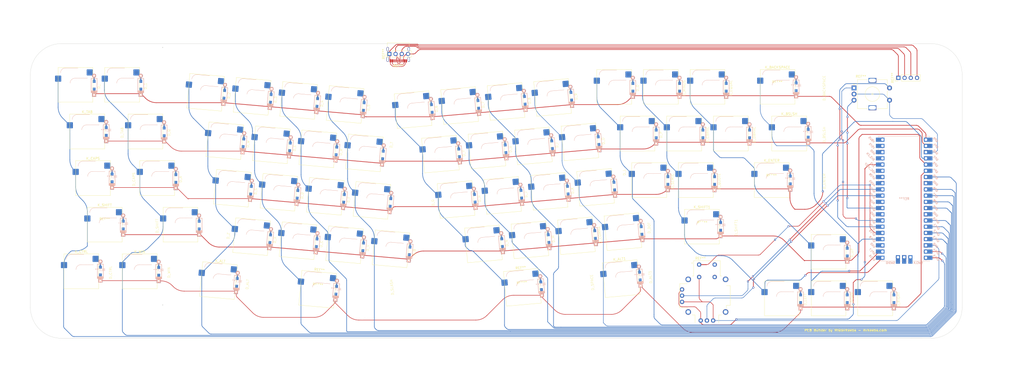
<source format=kicad_pcb>
(kicad_pcb (version 20221018) (generator pcbnew)
  (layers (0 "F.Cu" signal) (31 "B.Cu" signal) (34 "B.Paste" user) (35 "F.Paste" user) (36 "B.SilkS" user "B.Silkscreen") (37 "F.SilkS" user "F.Silkscreen") (38 "B.Mask" user) (39 "F.Mask" user) (44 "Edge.Cuts" user))
  (net 0 "")
  (footprint "Connector_USB:USB_C_Receptacle_Palconn_UTC16-G" (layer "F.Cu") (at 263.289803 153.382412 180)
    (fp_text reference "REF**")
    (fp_text value "USB_C_Receptacle_Palconn_UTC16-G")
  )
  (footprint "keyboard_parts:hotswap mx with diode" (layer "F.Cu") (at 307.312501 172.548985 5)
    (fp_text reference "K_8" hide)
    (fp_text value "KEYSW" hide)
  )
  (footprint "keyboard_parts:hotswap mx with diode" (layer "F.Cu") (at 184.690339 168.766377 -5)
    (fp_text reference "K_2" hide)
    (fp_text value "KEYSW" hide)
  )
  (footprint "Switch_Keyboard_Hotswap_Kailh:SW_Hotswap_Kailh_MX_2.25u" (layer "F.Cu") (at 387.228 223.7)
    (fp_text reference "K_SHIFT1")
    (fp_text value "KEYSW")
  )
  (footprint "keyboard_parts:nothing" (layer "F.Cu") (at 290.536984 193.64133 95)
    (fp_text reference "D_Y")
    (fp_text value "D")
  )
  (footprint "keyboard_parts:nothing" (layer "F.Cu") (at 160.6193 166.230394 90)
    (fp_text reference "D_1")
    (fp_text value "D")
  )
  (footprint "keyboard_parts:hotswap mx with diode" (layer "F.Cu") (at 457.99 252.97)
    (fp_text reference "K_RIGHT" hide)
    (fp_text value "KEYSW" hide)
  )
  (footprint "keyboard_parts:nothing" (layer "F.Cu") (at 429.915 253.47 90)
    (fp_text reference "D_LEFT")
    (fp_text value "D")
  )
  (footprint "keyboard_parts:hotswap mx with diode" (layer "F.Cu") (at 260.363801 232.75525 -5)
    (fp_text reference "K_B" hide)
    (fp_text value "KEYSW" hide)
  )
  (footprint "COM-09032:XDCR_COM-09032" (layer "F.Cu") (at 389.27 251.89)
    (fp_text reference "REF**")
    (fp_text value "XDCR_COM-09032")
  )
  (footprint "keyboard_parts:nothing" (layer "F.Cu") (at 390.0325 186.11 90)
    (fp_text reference "D_CBRAC")
    (fp_text value "D")
  )
  (footprint "keyboard_parts:nothing" (layer "F.Cu") (at 309.514493 191.981013 95)
    (fp_text reference "D_U")
    (fp_text value "D")
  )
  (footprint "keyboard_parts:nothing" (layer "F.Cu") (at 251.329566 232.466767 85)
    (fp_text reference "D_V")
    (fp_text value "D")
  )
  (footprint "keyboard_parts:hotswap mx with diode" (layer "F.Cu") (at 360.9575 185.61)
    (fp_text reference "K_P" hide)
    (fp_text value "KEYSW" hide)
  )
  (footprint "keyboard_parts:nothing" (layer "F.Cu") (at 170.1443 242.430394 90)
    (fp_text reference "D_WIN")
    (fp_text value "D")
  )
  (footprint "keyboard_parts:nothing" (layer "F.Cu") (at 272.150317 229.923955 90)
    (fp_text reference "D_B")
    (fp_text value "D")
  )
  (footprint "keyboard_parts:hotswap mx with diode" (layer "F.Cu") (at 317.037828 229.066433 5)
    (fp_text reference "K_M" hide)
    (fp_text value "KEYSW" hide)
  )
  (footprint "keyboard_parts:nothing" (layer "F.Cu") (at 366.700746 244.25187 95)
    (fp_text reference "D_ALT1")
    (fp_text value "D")
  )
  (footprint "keyboard_parts:nothing" (layer "F.Cu") (at 317.34293 172.173346 95)
    (fp_text reference "D_8")
    (fp_text value "D")
  )
  (footprint "keyboard_parts:hotswap mx with diode" (layer "F.Cu") (at 343.843775 207.598448 5)
    (fp_text reference "K_L" hide)
    (fp_text value "KEYSW" hide)
  )
  (footprint "keyboard_parts:nothing" (layer "F.Cu") (at 279.387911 175.493979 95)
    (fp_text reference "D_6")
    (fp_text value "D")
  )
  (footprint "keyboard_parts:nothing" (layer "F.Cu") (at 394.795 205.16 90)
    (fp_text reference "D_QUOTE")
    (fp_text value "D")
  )
  (footprint "keyboard_parts:nothing" (layer "F.Cu") (at 232.588632 173.458844 85)
    (fp_text reference "D_4")
    (fp_text value "D")
  )
  (footprint "keyboard_parts:nothing" (layer "F.Cu") (at 308.090748 230.35111 95)
    (fp_text reference "D_N")
    (fp_text value "D")
  )
  (footprint "keyboard_parts:hotswap mx with diode" (layer "F.Cu") (at 324.866265 209.258765 5)
    (fp_text reference "K_K" hide)
    (fp_text value "KEYSW" hide)
  )
  (footprint "keyboard_parts:hotswap mx with diode" (layer "F.Cu") (at 336.015338 227.406116 5)
    (fp_text reference "K_COMMA" hide)
    (fp_text value "KEYSW" hide)
  )
  (footprint "Switch_Keyboard_Hotswap_Kailh:SW_Hotswap_Kailh_MX_1.50u" (layer "F.Cu") (at 422.87 185.61)
    (fp_text reference "K_BSLSH")
    (fp_text value "KEYSW")
  )
  (footprint "keyboard_parts:hotswap mx with diode" (layer "F.Cu") (at 298.060319 230.726749 5)
    (fp_text reference "K_N" hide)
    (fp_text value "KEYSW" hide)
  )
  (footprint "keyboard_parts:hotswap mx with diode" (layer "F.Cu") (at 249.451304 193.554994 -5)
    (fp_text reference "K_T" hide)
    (fp_text value "KEYSW" hide)
  )
  (footprint "keyboard_parts:nothing" (layer "F.Cu") (at 380.5075 167.06 90)
    (fp_text reference "D_MINUS")
    (fp_text value "D")
  )
  (footprint "keyboard_parts:nothing" (layer "F.Cu") (at 315.919187 210.543443 95)
    (fp_text reference "D_J")
    (fp_text value "D")
  )
  (footprint "keyboard_parts:nothing" (layer "F.Cu") (at 151.0943 185.280394 90)
    (fp_text reference "D_TAB")
    (fp_text value "D")
  )
  (footprint "keyboard_parts:hotswap mx with diode" (layer "F.Cu") (at 370.4825 166.56)
    (fp_text reference "K_MINUS" hide)
    (fp_text value "KEYSW" hide)
  )
  (footprint "Rotary_Encoder:RotaryEncoder_Alps_EC11E-Switch_Vertical_H20mm" (layer "F.Cu") (at 449.32 166.99)
    (fp_text reference "REF**")
    (fp_text value "RotaryEncoder_Alps_EC11E-Switch_Vertical_H20mm")
  )
  (footprint "keyboard_parts:nothing" (layer "F.Cu") (at 141.5693 166.230394 90)
    (fp_text reference "D_`")
    (fp_text value "D")
  )
  (footprint "keyboard_parts:nothing" (layer "F.Cu") (at 361.4575 167.06 90)
    (fp_text reference "D_0")
    (fp_text value "D")
  )
  (footprint "keyboard_parts:nothing" (layer "F.Cu") (at 155.8568 204.330394 90)
    (fp_text reference "D_CAPS")
    (fp_text value "D")
  )
  (footprint "keyboard_parts:hotswap mx with diode" (layer "F.Cu") (at 230.473794 191.894677 -5)
    (fp_text reference "K_R" hide)
    (fp_text value "KEYSW" hide)
  )
  (footprint "keyboard_parts:hotswap mx with diode" (layer "F.Cu") (at 318.461572 190.696336 5)
    (fp_text reference "K_I" hide)
    (fp_text value "KEYSW" hide)
  )
  (footprint "keyboard_parts:hotswap mx with diode" (layer "F.Cu") (at 252.535364 212.947582 -5)
    (fp_text reference "K_G" hide)
    (fp_text value "KEYSW" hide)
  )
  (footprint "keyboard_parts:hotswap mx with diode" (layer "F.Cu") (at 150.5943 165.730394)
    (fp_text reference "K_1" hide)
    (fp_text value "KEYSW" hide)
  )
  (footprint "keyboard_parts:nothing" (layer "F.Cu") (at 448.965 234.42 90)
    (fp_text reference "D_UP")
    (fp_text value "D")
  )
  (footprint "keyboard_parts:hotswap mx with diode" (layer "F.Cu") (at 174.4068 222.880394)
    (fp_text reference "K_Z" hide)
    (fp_text value "KEYSW" hide)
  )
  (footprint "keyboard_parts:hotswap mx with diode" (layer "F.Cu") (at 337.439081 189.036019 5)
    (fp_text reference "K_O" hide)
    (fp_text value "KEYSW" hide)
  )
  (footprint "keyboard_parts:hotswap mx with diode" (layer "F.Cu") (at 203.431275 227.774299 -5)
    (fp_text reference "K_X" hide)
    (fp_text value "KEYSW" hide)
  )
  (footprint "keyboard_parts:hotswap mx with diode" (layer "F.Cu") (at 195.602837 207.966632 -5)
    (fp_text reference "K_S" hide)
    (fp_text value "KEYSW" hide)
  )
  (footprint "keyboard_parts:hotswap mx with diode" (layer "F.Cu") (at 419.89 252.97)
    (fp_text reference "K_LEFT" hide)
    (fp_text value "KEYSW" hide)
  )
  (footprint "keyboard_parts:nothing" (layer "F.Cu") (at 243.501129 212.659099 85)
    (fp_text reference "D_F")
    (fp_text value "D")
  )
  (footprint "Switch_Keyboard_Hotswap_Kailh:SW_Hotswap_Kailh_MX_3.00u" (layer "F.Cu") (at 230.398979 249.28655 -5)
    (fp_text reference "REF**")
    (fp_text value "SW_Hotswap_Kailh_MX_3.00u")
  )
  (footprint "keyboard_parts:nothing" (layer "F.Cu") (at 437.6575 167.06 90)
    (fp_text reference "D_BACKSPACE")
    (fp_text value "D")
  )
  (footprint "keyboard_parts:nothing" (layer "F.Cu") (at 366.22 224.21 90)
    (fp_text reference "D_DOT")
    (fp_text value "D")
  )
  (footprint "keyboard_parts:hotswap mx with diode" (layer "F.Cu") (at 211.496285 190.23436 -5)
    (fp_text reference "K_E" hide)
    (fp_text value "KEYSW" hide)
  )
  (footprint "Connector_PinHeader_2.54mm:PinHeader_1x04_P2.54mm_Vertical" (layer "F.Cu") (at 467.412652 162.86466 90)
    (fp_text reference "REF**")
    (fp_text value "PinHeader_1x04_P2.54mm_Vertical")
  )
  (footprint "keyboard_parts:nothing" (layer "F.Cu") (at 409.0825 186.11 90)
    (fp_text reference "D_OBRAC")
    (fp_text value "D")
  )
  (footprint "keyboard_parts:nothing" (layer "F.Cu") (at 375.745 205.16 90)
    (fp_text reference "D_SEMIC")
    (fp_text value "D")
  )
  (footprint "keyboard_parts:hotswap mx with diode" (layer "F.Cu") (at 380.0075 185.61)
    (fp_text reference "K_CBRAC" hide)
    (fp_text value "KEYSW" hide)
  )
  (footprint "keyboard_parts:nothing" (layer "F.Cu") (at 399.5575 167.06 90)
    (fp_text reference "D_EQUAL")
    (fp_text value "D")
  )
  (footprint "keyboard_parts:hotswap mx with diode" (layer "F.Cu") (at 222.645358 172.08701 -5)
    (fp_text reference "K_4" hide)
    (fp_text value "KEYSW" hide)
  )
  (footprint "keyboard_parts:nothing" (layer "F.Cu") (at 146.3318 242.430394 90)
    (fp_text reference "D_CTRL")
    (fp_text value "D")
  )
  (footprint "keyboard_parts:nothing" (layer "F.Cu") (at 356.043532 201.427087 95)
    (fp_text reference "D_L")
    (fp_text value "D")
  )
  (footprint "keyboard_parts:nothing" (layer "F.Cu") (at 213.374549 229.146133 85)
    (fp_text reference "D_X")
    (fp_text value "D")
  )
  (footprint "keyboard_parts:nothing" (layer "F.Cu") (at 165.3818 223.380394 90)
    (fp_text reference "D_SHIFT")
    (fp_text value "D")
  )
  (footprint "keyboard_parts:nothing" (layer "F.Cu") (at 342.961707 246.423064 95)
    (fp_text reference "D_SPACE")
    (fp_text value "D")
  )
  (footprint "keyboard_parts:hotswap mx with diode" (layer "F.Cu") (at 164.8818 203.830394)
    (fp_text reference "K_A" hide)
    (fp_text value "KEYSW" hide)
  )
  (footprint "keyboard_parts:nothing" (layer "F.Cu") (at 401.67 224.085 90)
    (fp_text reference "D_SHIFT1")
    (fp_text value "D")
  )
  (footprint "Switch_Keyboard_Hotswap_Kailh:SW_Hotswap_Kailh_MX_1.75u" (layer "F.Cu") (at 138.68805 203.830394)
    (fp_text reference "K_CAPS")
    (fp_text value "KEYSW")
  )
  (footprint "Switch_Keyboard_Hotswap_Kailh:SW_Hotswap_Kailh_MX_1.50u" (layer "F.Cu") (at 136.3068 184.780394)
    (fp_text reference "K_TAB")
    (fp_text value "KEYSW")
  )
  (footprint "keyboard_parts:hotswap mx with diode" (layer "F.Cu") (at 288.334991 174.209302 5)
    (fp_text reference "K_7" hide)
    (fp_text value "KEYSW" hide)
  )
  (footprint "keyboard_parts:nothing" (layer "F.Cu") (at 261.201309 248.431889 95)
    (fp_text reference "D_SLASH")
    (fp_text value "D")
  )
  (footprint "Switch_Keyboard_Hotswap_Kailh:SW_Hotswap_Kailh_MX_2.25u" (layer "F.Cu") (at 143.45055 222.880394)
    (fp_text reference "K_SHIFT")
    (fp_text value "KEYSW")
  )
  (footprint "keyboard_parts:hotswap mx with diode" (layer "F.Cu") (at 299.484063 192.356653 5)
    (fp_text reference "K_U" hide)
    (fp_text value "KEYSW" hide)
  )
  (footprint "keyboard_parts:hotswap mx with diode" (layer "F.Cu") (at 438.94 233.92)
    (fp_text reference "K_UP" hide)
    (fp_text value "KEYSW" hide)
  )
  (footprint "keyboard_parts:nothing" (layer "F.Cu") (at 277.964169 213.864077 95)
    (fp_text reference "D_G")
    (fp_text value "D")
  )
  (footprint "keyboard_parts:hotswap mx with diode" (layer "F.Cu") (at 192.518777 188.574044 -5)
    (fp_text reference "K_W" hide)
    (fp_text value "KEYSW" hide)
  )
  (footprint "keyboard_parts:nothing" (layer "F.Cu") (at 202.225478 247.293483 85)
    (fp_text reference "D_ALT")
    (fp_text value "D")
  )
  (footprint "keyboard_parts:nothing" (layer "F.Cu") (at 370.9825 186.11 90)
    (fp_text reference "D_P")
    (fp_text value "D")
  )
  (footprint "keyboard_parts:hotswap mx with diode" (layer "F.Cu") (at 389.5325 166.56)
    (fp_text reference "K_EQUAL" hide)
    (fp_text value "KEYSW" hide)
  )
  (footprint "Mounting_Keyboard_Stabilizer:Stabilizer_Cherry_MX_2.00u" (layer "F.Cu") (at 417.98 166.6)
    (fp_text reference "REF**")
    (fp_text value "Stabilizer_Cherry_MX_2.00u")
  )
  (footprint "keyboard_parts:nothing" (layer "F.Cu") (at 174.9068 204.330394 90)
    (fp_text reference "D_A")
    (fp_text value "D")
  )
  (footprint "keyboard_parts:nothing" (layer "F.Cu") (at 205.546111 209.338465 85)
    (fp_text reference "D_S")
    (fp_text value "D")
  )
  (footprint "Switch_Keyboard_Hotswap_Kailh:SW_Hotswap_Kailh_MX_3.00u" (layer "F.Cu") (at 313.937211 248.470558 5)
    (fp_text reference "REF**")
    (fp_text value "SW_Hotswap_Kailh_MX_3.00u")
  )
  (footprint "keyboard_parts:nothing" (layer "F.Cu") (at 194.633614 170.13821 85)
    (fp_text reference "D_2")
    (fp_text value "D")
  )
  (footprint "keyboard_parts:hotswap mx with diode" (layer "F.Cu") (at 365.72 204.66)
    (fp_text reference "K_SEMIC" hide)
    (fp_text value "KEYSW" hide)
  )
  (footprint "Mounting_Keyboard_Stabilizer:Stabilizer_Cherry_MX_3.00u" (layer "F.Cu") (at 313.872519 248.591657 5)
    (fp_text reference "REF**")
    (fp_text value "Stabilizer_Cherry_MX_3.00u")
  )
  (footprint "keyboard_parts:hotswap mx with diode" (layer "F.Cu") (at 351.4325 166.56)
    (fp_text reference "K_0" hide)
    (fp_text value "KEYSW" hide)
  )
  (footprint "keyboard_parts:hotswap mx with diode" (layer "F.Cu") (at 241.622867 173.747327 -5)
    (fp_text reference "K_5" hide)
    (fp_text value "KEYSW" hide)
  )
  (footprint "keyboard_parts:hotswap mx with diode" (layer "F.Cu") (at 280.506554 194.016969 5)
    (fp_text reference "K_Y" hide)
    (fp_text value "KEYSW" hide)
  )
  (footprint "keyboard_parts:nothing" (layer "F.Cu") (at 437.6575 205.16 90)
    (fp_text reference "D_ENTER")
    (fp_text value "D")
  )
  (footprint "keyboard_parts:hotswap mx with diode" (layer "F.Cu") (at 241.386292 231.094933 -5)
    (fp_text reference "K_V" hide)
    (fp_text value "KEYSW" hide)
  )
  (footprint "Switch_Keyboard_Hotswap_Kailh:SW_Hotswap_Kailh_MX_1.25u" (layer "F.Cu") (at 189.910015 245.714109 -5)
    (fp_text reference "K_ALT")
    (fp_text value "KEYSW")
  )
  (footprint "keyboard_parts:hotswap mx with diode" (layer "F.Cu") (at 222.408784 229.434616 -5)
    (fp_text reference "K_C" hide)
    (fp_text value "KEYSW" hide)
  )
  (footprint "keyboard_parts:nothing" (layer "F.Cu") (at 232.352057 230.806451 85)
    (fp_text reference "D_C")
    (fp_text value "D")
  )
  (footprint "keyboard_parts:nothing" (layer "F.Cu") (at 260.954921 190.354904 80)
    (fp_text reference "D_T")
    (fp_text value "D")
  )
  (footprint "Switch_Keyboard_Hotswap_Kailh:SW_Hotswap_Kailh_MX_1.25u" (layer "F.Cu") (at 133.92555 241.930394)
    (fp_text reference "K_CTRL")
    (fp_text value "KEYSW")
  )
  (footprint "keyboard_parts:nothing" (layer "F.Cu") (at 221.439559 191.606195 85)
    (fp_text reference "D_E")
    (fp_text value "D")
  )
  (footprint "keyboard_parts:nothing" (layer "F.Cu") (at 224.52362 210.998782 85)
    (fp_text reference "D_D")
    (fp_text value "D")
  )
  (footprint "keyboard_parts:nothing" (layer "F.Cu") (at 468.015 253.47 90)
    (fp_text reference "D_RIGHT")
    (fp_text value "D")
  )
  (footprint "keyboard_parts:hotswap mx with diode" (layer "F.Cu") (at 269.357482 175.869619 5)
    (fp_text reference "K_6" hide)
    (fp_text value "KEYSW" hide)
  )
  (footprint "keyboard_parts:hotswap mx with diode" (layer "F.Cu") (at 438.94 252.97)
    (fp_text reference "K_DOWN" hide)
    (fp_text value "KEYSW" hide)
  )
  (footprint "keyboard_parts:hotswap mx with diode" (layer "F.Cu") (at 354.992847 225.745799 5)
    (fp_text reference "K_DOT" hide)
    (fp_text value "KEYSW" hide)
  )
  (footprint "keyboard_parts:nothing" (layer "F.Cu") (at 347.469511 188.66038 95)
    (fp_text reference "D_O")
    (fp_text value "D")
  )
  (footprint "keyboard_parts:hotswap mx with diode" (layer "F.Cu") (at 326.29001 170.888668 5)
    (fp_text reference "K_9" hide)
    (fp_text value "KEYSW" hide)
  )
  (footprint "keyboard_parts:hotswap mx with diode" (layer "F.Cu") (at 160.1193 184.780394)
    (fp_text reference "K_Q" hide)
    (fp_text value "KEYSW" hide)
  )
  (footprint "keyboard_parts:nothing" (layer "F.Cu") (at 170.1443 185.280394 90)
    (fp_text reference "D_Q")
    (fp_text value "D")
  )
  (footprint "keyboard_parts:nothing" (layer "F.Cu") (at 240.417069 193.266512 85)
    (fp_text reference "D_R")
    (fp_text value "D")
  )
  (footprint "Switch_Keyboard_Hotswap_Kailh:SW_Hotswap_Kailh_MX_2.00u" (layer "F.Cu") (at 418.1075 166.56)
    (fp_text reference "K_BACKSPACE")
    (fp_text value "KEYSW")
  )
  (footprint "keyboard_parts:nothing" (layer "F.Cu") (at 336.320438 170.513028 95)
    (fp_text reference "D_9")
    (fp_text value "D")
  )
  (footprint "keyboard_parts:nothing" (layer "F.Cu") (at 334.896696 208.883126 95)
    (fp_text reference "D_K")
    (fp_text value "D")
  )
  (footprint "Switch_Keyboard_Hotswap_Kailh:SW_Hotswap_Kailh_MX_2.25u" (layer "F.Cu") (at 415.72625 204.66)
    (fp_text reference "K_ENTER")
    (fp_text value "KEYSW")
  )
  (footprint "keyboard_parts:nothing" (layer "F.Cu") (at 194.39704 227.485816 85)
    (fp_text reference "D_Z")
    (fp_text value "D")
  )
  (footprint "keyboard_parts:hotswap mx with diode" (layer "F.Cu") (at 286.911247 212.579399 5)
    (fp_text reference "K_H" hide)
    (fp_text value "KEYSW" hide)
  )
  (footprint "Mounting_Keyboard_Stabilizer:Stabilizer_Cherry_MX_3.00u" (layer "F.Cu") (at 230.314242 249.394576 -5)
    (fp_text reference "REF**")
    (fp_text value "Stabilizer_Cherry_MX_3.00u")
  )
  (footprint "keyboard_parts:hotswap mx with diode" (layer "F.Cu") (at 384.77 204.66)
    (fp_text reference "K_QUOTE" hide)
    (fp_text value "KEYSW" hide)
  )
  (footprint "keyboard_parts:nothing" (layer "F.Cu") (at 298.36542 173.833663 95)
    (fp_text reference "D_7")
    (fp_text value "D")
  )
  (footprint "keyboard_parts:hotswap mx with diode" (layer "F.Cu") (at 305.888757 210.919081 5)
    (fp_text reference "K_J" hide)
    (fp_text value "KEYSW" hide)
  )
  (footprint "keyboard_parts:nothing" (layer "F.Cu") (at 202.46205 189.945877 85)
    (fp_text reference "D_W")
    (fp_text value "D")
  )
  (footprint "keyboard_parts:nothing" (layer "F.Cu") (at 346.045767 227.030477 95)
    (fp_text reference "D_COMMA")
    (fp_text value "D")
  )
  (footprint "keyboard_parts:nothing" (layer "F.Cu") (at 448.965 253.47 90)
    (fp_text reference "D_DOWN")
    (fp_text value "D")
  )
  (footprint "keyboard_parts:nothing" (layer "F.Cu") (at 213.611123 171.798527 85)
    (fp_text reference "D_3")
    (fp_text value "D")
  )
  (footprint "keyboard_parts:nothing" (layer "F.Cu") (at 437.6575 186.11 90)
    (fp_text reference "D_BSLSH")
    (fp_text value "D")
  )
  (footprint "keyboard_parts:nothing" (layer "F.Cu") (at 251.566141 175.11916 85)
    (fp_text reference "D_5")
    (fp_text value "D")
  )
  (footprint "Connector_PinHeader_2.54mm:PinHeader_1x04_P2.54mm_Vertical" (layer "F.Cu") (at 259.63788 153.101018 90)
    (fp_text reference "REF**")
    (fp_text value "PinHeader_1x04_P2.54mm_Vertical")
  )
  (footprint "keyboard_parts:nothing" (layer "F.Cu") (at 296.941678 212.203759 95)
    (fp_text reference "D_H")
    (fp_text value "D")
  )
  (footprint "keyboard_parts:hotswap mx with diode" (layer "F.Cu") (at 399.0575 185.61)
    (fp_text reference "K_OBRAC" hide)
    (fp_text value "KEYSW" hide)
  )
  (footprint "keyboard_parts:nothing" (layer "F.Cu") (at 327.068257 228.690794 95)
    (fp_text reference "D_M")
    (fp_text value "D")
  )
  (footprint "keyboard_parts:hotswap mx with diode" (layer "F.Cu") (at 203.667849 170.426693 -5)
    (fp_text reference "K_3" hide)
    (fp_text value "KEYSW" hide)
  )
  (footprint "Mounting_Keyboard_Stabilizer:Stabilizer_Cherry_MX_2.00u" (layer "F.Cu") (at 143.4238 222.575394)
    (fp_text reference "REF**")
    (fp_text value "Stabilizer_Cherry_MX_2.00u")
  )
  (footprint "keyboard_parts:hotswap mx with diode" (layer "F.Cu") (at 131.5443 165.730394)
    (fp_text reference "K_`" hide)
    (fp_text value "KEYSW" hide)
  )
  (footprint "Switch_Keyboard_Hotswap_Kailh:SW_Hotswap_Kailh_MX_1.25u" (layer "F.Cu") (at 157.73805 241.930394)
    (fp_text reference "K_WIN")
    (fp_text value "KEYSW")
  )
  (footprint "keyboard_parts:hotswap mx with diode" (layer "F.Cu") (at 214.580346 209.626949 -5)
    (fp_text reference "K_D" hide)
    (fp_text value "KEYSW" hide)
  )
  (footprint "Mounting_Keyboard_Stabilizer:Stabilizer_Cherry_MX_2.00u" (layer "F.Cu") (at 387.342 223.995)
    (fp_text reference "REF**")
    (fp_text value "Stabilizer_Cherry_MX_2.00u")
  )
  (footprint "keyboard_parts:hotswap mx with diode" (layer "F.Cu") (at 233.557855 211.287266 -5)
    (fp_text reference "K_F" hide)
    (fp_text value "KEYSW" hide)
  )
  (footprint "Mounting_Keyboard_Stabilizer:Stabilizer_Cherry_MX_2.00u" (layer "F.Cu") (at 415.632 204.795)
    (fp_text reference "REF**")
    (fp_text value "Stabilizer_Cherry_MX_2.00u")
  )
  (footprint "keyboard_parts:nothing" (layer "F.Cu") (at 328.492001 190.320697 95)
    (fp_text reference "D_I")
    (fp_text value "D")
  )
  (footprint "Switch_Keyboard_Hotswap_Kailh:SW_Hotswap_Kailh_MX_1.25u" (layer "F.Cu") (at 354.280975 244.930847 5)
    (fp_text reference "K_ALT1")
    (fp_text value "KEYSW")
  )
  (footprint "keyboard_parts:diode smd tht" (layer "B.Cu") (at 425.604433 166.564633 180)
    (fp_text reference "REF**")
    (fp_text value "diode smd tht")
  )
  (footprint "keyboard_parts:diode smd tht" (layer "B.Cu") (at 141.628282 241.865603 180)
    (fp_text reference "REF**")
    (fp_text value "diode smd tht")
  )
  (footprint "keyboard_parts:diode smd tht" (layer "B.Cu") (at 321.510307 247.890342 -175)
    (fp_text reference "REF**")
    (fp_text value "diode smd tht")
  )
  (footprint "MCU_RaspberryPi_and_Boards:RPi_Pico_SMD_TH" (layer "B.Cu") (at 469.782961 212.273372 180)
    (fp_text reference "REF**")
    (fp_text value "RPi_Pico_SMD_TH")
  )
  (footprint "keyboard_parts:diode smd tht" (layer "B.Cu") (at 150.935992 223.068474 180)
    (fp_text reference "REF**")
    (fp_text value "diode smd tht")
  )
  (footprint "keyboard_parts:diode smd tht" (layer "B.Cu") (at 165.414255 241.992461 180)
    (fp_text reference "REF**")
    (fp_text value "diode smd tht")
  )
  (footprint "keyboard_parts:diode smd tht" (layer "B.Cu") (at 423.210237 204.655667 180)
    (fp_text reference "REF**")
    (fp_text value "diode smd tht")
  )
  (footprint "keyboard_parts:diode smd tht" (layer "B.Cu") (at 237.858446 249.721264 175)
    (fp_text reference "REF**")
    (fp_text value "diode smd tht")
  )
  (footprint "keyboard_parts:diode smd tht" (layer "B.Cu") (at 361.790697 243.938088 -175)
    (fp_text reference "REF**")
    (fp_text value "diode smd tht")
  )
  (footprint "keyboard_parts:diode smd tht" (layer "B.Cu") (at 197.336663 246.501055 175)
    (fp_text reference "REF**")
    (fp_text value "diode smd tht")
  )
  (footprint "keyboard_parts:diode smd tht" (layer "B.Cu") (at 144.003576 184.823536 180)
    (fp_text reference "REF**")
    (fp_text value "diode smd tht")
  )
  (footprint "keyboard_parts:diode smd tht" (layer "B.Cu") (at 146.398031 203.817957 180)
    (fp_text reference "REF**")
    (fp_text value "diode smd tht")
  )
  (footprint "keyboard_parts:diode smd tht" (layer "B.Cu") (at 394.768381 223.619255 180)
    (fp_text reference "REF**")
    (fp_text value "diode smd tht")
  )
  (footprint "keyboard_parts:diode smd tht" (layer "B.Cu") (at 430.517816 185.576674 180)
    (fp_text reference "REF**")
    (fp_text value "diode smd tht")
  )
  (gr_arc (start 167.11805 150.435394) (mid 167.11805 150.435394) (end 167.11805 150.435394) (stroke (width 0.2)) (layer "Edge.Cuts"))
  (gr_line (start 480.758181 148.885725) (end 463.336378 148.868159) (stroke (width 0.1)) (layer "Edge.Cuts"))
  (gr_line (start 480.758181 269.317566) (end 463.336378 269.3) (stroke (width 0.1)) (layer "Edge.Cuts"))
  (gr_line (start 463.336378 269.3) (end 125.803682 269.3) (stroke (width 0.1)) (layer "Edge.Cuts"))
  (gr_arc (start 113.103682 161.568159) (mid 116.823426 152.587903) (end 125.803682 148.868159) (stroke (width 0.1)) (layer "Edge.Cuts"))
  (gr_line (start 113.103682 256.6) (end 113.103682 161.568159) (stroke (width 0.1)) (layer "Edge.Cuts"))
  (gr_line (start 493.458181 161.585725) (end 493.458181 256.617566) (stroke (width 0.1)) (layer "Edge.Cuts"))
  (gr_arc (start 125.803682 269.3) (mid 116.823426 265.580256) (end 113.103682 256.6) (stroke (width 0.1)) (layer "Edge.Cuts"))
  (gr_arc (start 167.11805 255.685394) (mid 167.11805 255.685394) (end 167.11805 255.685394) (stroke (width 0.2)) (layer "Edge.Cuts"))
  (gr_arc (start 480.758181 148.885725) (mid 489.73843 152.605465) (end 493.458181 161.585725) (stroke (width 0.1)) (layer "Edge.Cuts"))
  (gr_line (start 125.803682 148.868159) (end 463.336378 148.868159) (stroke (width 0.1)) (layer "Edge.Cuts"))
  (gr_arc (start 493.458181 256.617566) (mid 489.738436 265.597814) (end 480.758181 269.317566) (stroke (width 0.1)) (layer "Edge.Cuts"))
  (gr_text "PCB Builder by MisterKeebs - mrkeebs.com" (at 462.911762 266.017537) (layer "F.SilkS") (effects (font (size 1 1) (thickness 0.3)) (justify right)))
  (segment (start 430.211142 189.2) (end 430.457816 189.446674) (width 0.25) (layer "F.Cu") (net 0))
  (segment (start 259.841193 153.304331) (end 259.63788 153.101018) (width 0.2) (layer "F.Cu") (net 0))
  (segment (start 264.71788 153.101018) (end 264.71788 151.866222) (width 0.25) (layer "F.Cu") (net 0))
  (segment (start 177.392577 212.281171) (end 177.714146 212.281171) (width 0.2) (layer "F.Cu") (net 0))
  (segment (start 407.039576 245.034299) (end 407.039576 245.003807) (width 0.25) (layer "F.Cu") (net 0))
  (segment (start 177.714146 212.281171) (end 177.785605 212.209712) (width 0.2) (layer "F.Cu") (net 0))
  (segment (start 476.138869 195.243229) (end 476.138869 193.316375) (width 0.25) (layer "F.Cu") (net 0))
  (segment (start 294.845026 215.488997) (end 351.777554 210.508045) (width 0.25) (layer "F.Cu") (net 0))
  (segment (start 233.426658 258.891095) (end 237.204062 255.113691) (width 0.2) (layer "F.Cu") (net 0))
  (segment (start 386.466975 253.511252) (end 387.385723 254.43) (width 0.2) (layer "F.Cu") (net 0))
  (segment (start 379.11 249.35) (end 378.19735 250.26265) (width 0.2) (layer "F.Cu") (net 0))
  (segment (start 446.59 237.51) (end 447.686653 237.51) (width 0.25) (layer "F.Cu") (net 0))
  (segment (start 261.588854 158.229437) (end 264.711416 158.229437) (width 0.2) (layer "F.Cu") (net 0))
  (segment (start 478.300986 185.261098) (end 475.683192 182.643304) (width 0.25) (layer "F.Cu") (net 0))
  (segment (start 386.095 239.19) (end 389.045812 239.19) (width 0.2) (layer "F.Cu") (net 0))
  (segment (start 262.733676 154.745686) (end 262.733676 153.656814) (width 0.2) (layer "F.Cu") (net 0))
  (segment (start 305.858518 253.585909) (end 299.444855 259.999572) (width 0.2) (layer "F.Cu") (net 0))
  (segment (start 199.826777 192.817124) (end 256.759304 197.798075) (width 0.25) (layer "F.Cu") (net 0))
  (segment (start 260.889803 155.892412) (end 260.889803 157.060191) (width 0.2) (layer "F.Cu") (net 0))
  (segment (start 386.73 259.140619) (end 386.73 262.05) (width 0.2) (layer "F.Cu") (net 0))
  (segment (start 237.606462 254.923643) (end 237.606462 253.908988) (width 0.2) (layer "F.Cu") (net 0))
  (segment (start 476.724036 203.610292) (end 476.724036 250.415574) (width 0.25) (layer "F.Cu") (net 0))
  (segment (start 362.926626 228.655397) (end 393.016188 228.655397) (width 0.25) (layer "F.Cu") (net 0))
  (segment (start 452.589594 185.995763) (end 475.483645 185.995763) (width 0.25) (layer "F.Cu") (net 0))
  (segment (start 210.739275 232.01738) (end 267.671801 236.99833) (width 0.25) (layer "F.Cu") (net 0))
  (segment (start 237.204062 254.311388) (end 237.606462 253.908988) (width 0.2) (layer "F.Cu") (net 0))
  (segment (start 182.0568 226.470394) (end 185.743913 230.157507) (width 0.25) (layer "F.Cu") (net 0))
  (segment (start 444.820219 205.427988) (end 444.820219 218.690384) (width 0.2) (layer "F.Cu") (net 0))
  (segment (start 378.197351 256.005949) (end 378.235402 256.044) (width 0.2) (layer "F.Cu") (net 0))
  (segment (start 447.341969 241.792679) (end 451.733121 241.792679) (width 0.25) (layer "F.Cu") (net 0))
  (segment (start 172.264237 207.687957) (end 172.5318 207.420394) (width 0.2) (layer "F.Cu") (net 0))
  (segment (start 260.009855 151.669333) (end 262.160995 149.518193) (width 0.25) (layer "F.Cu") (net 0))
  (segment (start 401.271836 261.521002) (end 399.374234 263.418604) (width 0.25) (layer "F.Cu") (net 0))
  (segment (start 458.327732 226.243372) (end 460.892961 226.243372) (width 0.2) (layer "F.Cu") (net 0))
  (segment (start 167.446158 188.693536) (end 167.7693 188.370394) (width 0.2) (layer "F.Cu") (net 0))
  (segment (start 197.141113 250.043741) (end 197.141113 251.63081) (width 0.2) (layer "F.Cu") (net 0))
  (segment (start 174.846286 192.817124) (end 199.826777 192.817124) (width 0.2) (layer "F.Cu") (net 0))
  (segment (start 265.437113 154.223539) (end 266.000376 153.660276) (width 0.2) (layer "F.Cu") (net 0))
  (segment (start 165.227397 245.735603) (end 165.354255 245.862461) (width 0.2) (layer "F.Cu") (net 0))
  (segment (start 288.440333 196.926567) (end 258.156862 196.926567) (width 0.25) (layer "F.Cu") (net 0))
  (segment (start 425.2598 170.15) (end 425.544433 170.434633) (width 0.25) (layer "F.Cu") (net 0))
  (segment (start 406.027583 246.046292) (end 407.039576 245.034299) (width 0.25) (layer "F.Cu") (net 0))
  (segment (start 433.734282 214.734746) (end 434.724161 213.744867) (width 0.25) (layer "F.Cu") (net 0))
  (segment (start 260.889803 157.060191) (end 261.308031 157.478419) (width 0.2) (layer "F.Cu") (net 0))
  (segment (start 379.357758 265.128416) (end 362.177596 247.948253) (width 0.2) (layer "F.Cu") (net 0))
  (segment (start 321.726482 251.726037) (end 321.726482 252.302939) (width 0.2) (layer "F.Cu") (net 0))
  (segment (start 408.218052 248.552238) (end 408.218052 245.385323) (width 0.25) (layer "F.Cu") (net 0))
  (segment (start 443.533828 187.925972) (end 443.533828 175.585915) (width 0.25) (layer "F.Cu") (net 0))
  (segment (start 262.539803 154.939559) (end 262.733676 154.745686) (width 0.2) (layer "F.Cu") (net 0))
  (segment (start 372.971826 208.648174) (end 373.37 208.25) (width 0.25) (layer "F.Cu") (net 0))
  (segment (start 437.815673 214.201847) (end 423.073128 228.944392) (width 0.25) (layer "F.Cu") (net 0))
  (segment (start 465.415229 151.661121) (end 467.040678 153.28657) (width 0.25) (layer "F.Cu") (net 0))
  (segment (start 262.539803 155.892412) (end 262.539803 154.939559) (width 0.2) (layer "F.Cu") (net 0))
  (segment (start 334.223789 173.798266) (end 352.803978 173.798266) (width 0.25) (layer "F.Cu") (net 0))
  (segment (start 373.37 208.25) (end 422.87457 208.25) (width 0.25) (layer "F.Cu") (net 0))
  (segment (start 440.193764 170.806608) (end 451.286512 181.899356) (width 0.25) (layer "F.Cu") (net 0))
  (segment (start 446.614899 178.843987) (end 446.645552 178.813334) (width 0.25) (layer "F.Cu") (net 0))
  (segment (start 143.943576 188.693536) (end 167.446158 188.693536) (width 0.2) (layer "F.Cu") (net 0))
  (segment (start 266.606825 149.977277) (end 270.083923 149.977277) (width 0.25) (layer "F.Cu") (net 0))
  (segment (start 277.291261 178.779217) (end 250.245728 178.779217) (width 0.25) (layer "F.Cu") (net 0))
  (segment (start 411.150412 234.938794) (end 417.02031 229.068896) (width 0.2) (layer "F.Cu") (net 0))
  (segment (start 446.555988 189.650875) (end 446.568918 189.637945) (width 0.25) (layer "F.Cu") (net 0))
  (segment (start 294.845026 215.488997) (end 262.07108 215.488997) (width 0.25) (layer "F.Cu") (net 0))
  (segment (start 288.440333 196.926566) (end 345.37286 191.945616) (width 0.25) (layer "F.Cu") (net 0))
  (segment (start 362.177596 249.611365) (end 362.177596 247.948253) (width 0.2) (layer "F.Cu") (net 0))
  (segment (start 197.513088 252.528836) (end 203.875347 258.891095) (width 0.2) (layer "F.Cu") (net 0))
  (segment (start 394.708381 227.489255) (end 416.321706 227.489255) (width 0.25) (layer "F.Cu") (net 0))
  (segment (start 181.58872 226.938474) (end 182.0568 226.470394) (width 0.25) (layer "F.Cu") (net 0))
  (segment (start 472.492652 152.998654) (end 472.492652 162.86466) (width 0.25) (layer "F.Cu") (net 0))
  (segment (start 422.87457 208.25) (end 423.150237 208.525667) (width 0.25) (layer "F.Cu") (net 0))
  (segment (start 442.667381 190.508073) (end 442.637206 190.477898) (width 0.25) (layer "F.Cu") (net 0))
  (segment (start 426.184678 223.516733) (end 422.606958 223.516733) (width 0.2) (layer "F.Cu") (net 0))
  (segment (start 260.089803 155.451839) (end 259.841193 155.203229) (width 0.2) (layer "F.Cu") (net 0))
  (segment (start 485.353175 237.628594) (end 484.499927 236.775346) (width 0.25) (layer "F.Cu") (net 0))
  (segment (start 444.317201 184.80929) (end 444.317201 187.901914) (width 0.2) (layer "F.Cu") (net 0))
  (segment (start 444.317201 187.901914) (end 444.82469 188.409403) (width 0.2) (layer "F.Cu") (net 0))
  (segment (start 469.580677 152.979365) (end 467.742998 151.141686) (width 0.25) (layer "F.Cu") (net 0))
  (segment (start 423.073128 228.944392) (end 423.073128 229.047849) (width 0.25) (layer "F.Cu") (net 0))
  (segment (start 420.811834 229.349127) (end 429.082753 237.620046) (width 0.25) (layer "F.Cu") (net 0))
  (segment (start 167.7693 188.370394) (end 170.356158 190.957252) (width 0.2) (layer "F.Cu") (net 0))
  (segment (start 384.903381 256.787949) (end 386.358026 258.242594) (width 0.2) (layer "F.Cu") (net 0))
  (segment (start 455.842343 206.644709) (end 455.842343 223.757983) (width 0.2) (layer "F.Cu") (net 0))
  (segment (start 425.166766 216.594618) (end 429.244154 216.594618) (width 0.25) (layer "F.Cu") (net 0))
  (segment (start 467.412652 154.184595) (end 467.412652 162.86466) (width 0.25) (layer "F.Cu") (net 0))
  (segment (start 390.980852 254.801975) (end 391.81 255.631123) (width 0.2) (layer "F.Cu") (net 0))
  (segment (start 436.893726 213.333737) (end 427.082704 223.144758) (width 0.2) (layer "F.Cu") (net 0))
  (segment (start 266.559634 153.101018) (end 266.000376 153.660276) (width 0.25) (layer "F.Cu") (net 0))
  (segment (start 351.777554 210.508046) (end 368.481698 210.508046) (width 0.25) (layer "F.Cu") (net 0))
  (segment (start 260.089803 155.892412) (end 260.089803 157.256437) (width 0.2) (layer "F.Cu") (net 0))
  (segment (start 473.637565 149.848181) (end 474.660678 150.871294) (width 0.25) (layer "F.Cu") (net 0))
  (segment (start 208.365475 260.750967) (end 228.93653 260.750967) (width 0.2) (layer "F.Cu") (net 0))
  (segment (start 477.14757 188.63193) (end 477.14757 185.823483) (width 0.25) (layer "F.Cu") (net 0))
  (segment (start 427.54 256.56) (end 427.54 258.193276) (width 0.2) (layer "F.Cu") (net 0))
  (segment (start 476.352061 251.3136) (end 471.477635 256.188026) (width 0.25) (layer "F.Cu") (net 0))
  (segment (start 460.892961 198.303372) (end 455.96069 198.303372) (width 0.25) (layer "F.Cu") (net 0))
  (segment (start 476.138869 186.650987) (end 476.138869 193.316375) (width 0.25) (layer "F.Cu") (net 0))
  (segment (start 265.089855 150.968196) (end 265.7088 150.349251) (width 0.25) (layer "F.Cu") (net 0))
  (segment (start 259.841193 155.203229) (end 259.841193 153.304331) (width 0.2) (layer "F.Cu") (net 0))
  (segment (start 357.294106 171.938394) (end 359.0825 170.15) (width 0.25) (layer "F.Cu") (net 0))
  (segment (start 408.218052 245.385323) (end 408.493936 245.109439) (width 0.25) (layer "F.Cu") (net 0))
  (segment (start 438.580448 215.073062) (end 438.403228 215.073062) (width 0.25) (layer "F.Cu") (net 0))
  (segment (start 177.785605 212.209712) (end 202.910837 212.209712) (width 0.2) (layer "F.Cu") (net 0))
  (segment (start 263.837212 156.968084) (end 264.039803 156.765493) (width 0.2) (layer "F.Cu") (net 0))
  (segment (start 453.753238 200.113613) (end 453.753238 238.168824) (width 0.25) (layer "F.Cu") (net 0))
  (segment (start 455.062664 198.675347) (end 453.688818 200.049193) (width 0.25) (layer "F.Cu") (net 0))
  (segment (start 429.438257 243.574432) (end 430.204304 242.808385) (width 0.25) (layer "F.Cu") (net 0))
  (segment (start 377.825376 251.160675) (end 377.825376 255.107923) (width 0.2) (layer "F.Cu") (net 0))
  (segment (start 270.333885 152.729043) (end 271.401808 151.66112) (width 0.25) (layer "F.Cu") (net 0))
  (segment (start 262.549855 150.136648) (end 263.117943 149.56856) (width 0.25) (layer "F.Cu") (net 0))
  (segment (start 263.117943 149.56856) (end 270.927849 149.56856) (width 0.25) (layer "F.Cu") (net 0))
  (segment (start 394.130718 235.310769) (end 410.252386 235.310769) (width 0.2) (layer "F.Cu") (net 0))
  (segment (start 277.29126 178.779217) (end 334.223788 173.798266) (width 0.25) (layer "F.Cu") (net 0))
  (segment (start 263.285444 154.745686) (end 263.539803 155.000045) (width 0.2) (layer "F.Cu") (net 0))
  (segment (start 478.672961 190.683372) (end 477.519544 189.529955) (width 0.25) (layer "F.Cu") (net 0))
  (segment (start 470.583268 150.563219) (end 472.120678 152.100629) (width 0.25) (layer "F.Cu") (net 0))
  (segment (start 445.831792 220.228008) (end 449.970051 220.228008) (width 0.2) (layer "F.Cu") (net 0))
  (segment (start 390.097411 238.818025) (end 392.0988 236.816636) (width 0.2) (layer "F.Cu") (net 0))
  (segment (start 451.790596 241.735204) (end 459.290454 234.235346) (width 0.25) (layer "F.Cu") (net 0))
  (segment (start 478.672961 188.143372) (end 478.672961 186.159124) (width 0.25) (layer "F.Cu") (net 0))
  (segment (start 438.403228 215.073062) (end 423.664995 229.811295) (width 0.25) (layer "F.Cu") (net 0))
  (segment (start 392.0988 236.816636) (end 393.232693 235.682743) (width 0.2) (layer "F.Cu") (net 0))
  (segment (start 265.437113 155.639722) (end 265.437113 154.223539) (width 0.2) (layer "F.Cu") (net 0))
  (segment (start 263.539803 155.000045) (end 263.539803 155.892412) (width 0.2) (layer "F.Cu") (net 0))
  (segment (start 271.550533 150.191244) (end 469.685242 150.191244) (width 0.25) (layer "F.Cu") (net 0))
  (segment (start 260.089803 155.892412) (end 260.089803 155.451839) (width 0.2) (layer "F.Cu") (net 0))
  (segment (start 270.981949 150.349252) (end 271.030435 150.397738) (width 0.25) (layer "F.Cu") (net 0))
  (segment (start 448.999508 246.522452) (end 448.999508 255.366062) (width 0.25) (layer "F.Cu") (net 0))
  (segment (start 427.54 256.56) (end 465.64 256.56) (width 0.25) (layer "F.Cu") (net 0))
  (segment (start 367.721755 190.085745) (end 368.6075 189.2) (width 0.25) (layer "F.Cu") (net 0))
  (segment (start 294.954727 261.859444) (end 247.172519 261.859444) (width 0.2) (layer "F.Cu") (net 0))
  (segment (start 455.231897 242.064436) (end 460.892961 236.403372) (width 0.25) (layer "F.Cu") (net 0))
  (segment (start 259.63788 153.101018) (end 259.63788 152.567359) (width 0.25) (layer "F.Cu") (net 0))
  (segment (start 262.17788 153.101018) (end 262.17788 151.034674) (width 0.25) (layer "F.Cu") (net 0))
  (segment (start 417.02031 229.068896) (end 417.054795 229.068896) (width 0.2) (layer "F.Cu") (net 0))
  (segment (start 249.347702 178.407242) (end 248.930867 177.990407) (width 0.25) (layer "F.Cu") (net 0))
  (segment (start 448.999508 255.366062) (end 449.045489 255.412043) (width 0.25) (layer "F.Cu") (net 0))
  (segment (start 271.17989 149.146219) (end 271.509877 149.476206) (width 0.25) (layer "F.Cu") (net 0))
  (segment (start 262.733676 153.656814) (end 262.17788 153.101018) (width 0.2) (layer "F.Cu") (net 0))
  (segment (start 264.039803 156.765493) (end 264.039803 155.892412) (width 0.2) (layer "F.Cu") (net 0))
  (segment (start 262.733676 154.745686) (end 263.285444 154.745686) (width 0.2) (layer "F.Cu") (net 0))
  (segment (start 264.039803 153.779095) (end 264.71788 153.101018) (width 0.2) (layer "F.Cu") (net 0))
  (segment (start 359.0825 170.15) (end 425.2598 170.15) (width 0.25) (layer "F.Cu") (net 0))
  (segment (start 305.994097 233.636346) (end 362.926625 228.655397) (width 0.25) (layer "F.Cu") (net 0))
  (segment (start 445.192194 219.58841) (end 445.831792 220.228008) (width 0.2) (layer "F.Cu") (net 0))
  (segment (start 150.875992 226.938474) (end 181.58872 226.938474) (width 0.25) (layer "F.Cu") (net 0))
  (segment (start 379.11 254.43) (end 387.385723 254.43) (width 0.2) (layer "F.Cu") (net 0))
  (segment (start 237.204062 255.113691) (end 237.204062 254.311388) (width 0.2) (layer "F.Cu") (net 0))
  (segment (start 146.338031 207.687957) (end 172.264237 207.687957) (width 0.2) (layer "F.Cu") (net 0))
  (segment (start 452.356095 245.303965) (end 450.744046 245.303965) (width 0.25) (layer "F.Cu") (net 0))
  (segment (start 485.283352 234.738627) (end 484.780071 234.235346) (width 0.2) (layer "F.Cu") (net 0))
  (segment (start 387.385723 254.43) (end 390.082826 254.43) (width 0.2) (layer "F.Cu") (net 0))
  (segment (start 263.039803 155.892412) (end 263.039803 156.829731) (width 0.2) (layer "F.Cu") (net 0))
  (segment (start 448.584679 237.138025) (end 450.937347 234.785357) (width 0.25) (layer "F.Cu") (net 0))
  (segment (start 429.082753 237.620046) (end 429.192799 237.51) (width 0.25) (layer "F.Cu") (net 0))
  (segment (start 368.6075 189.2) (end 430.211142 189.2) (width 0.25) (layer "F.Cu") (net 0))
  (segment (start 139.1943 169.320394) (end 158.2443 169.320394) (width 0.25) (layer "F.Cu") (net 0))
  (segment (start 476.724036 202.792297) (end 476.724036 203.610292) (width 0.25) (layer "F.Cu") (net 0))
  (segment (start 269.173912 235.496219) (end 267.671801 236.99833) (width 0.25) (layer "F.Cu") (net 0))
  (segment (start 425.010109 216.437961) (end 425.166766 216.594618) (width 0.25) (layer "F.Cu") (net 0))
  (segment (start 271.509877 149.476206) (end 472.739539 149.476206) (width 0.25) (layer "F.Cu") (net 0))
  (segment (start 449.970051 220.228008) (end 450.125235 220.383192) (width 0.2) (layer "F.Cu") (net 0))
  (segment (start 270.927849 149.56856) (end 271.550533 150.191244) (width 0.25) (layer "F.Cu") (net 0))
  (segment (start 475.483645 185.995763) (end 476.138869 186.650987) (width 0.25) (layer "F.Cu") (net 0))
  (segment (start 431.102329 242.436411) (end 454.333871 242.436411) (width 0.25) (layer "F.Cu") (net 0))
  (segment (start 266.000376 153.660276) (end 266.195794 153.464858) (width 0.2) (layer "F.Cu") (net 0))
  (segment (start 446.614899 185.223803) (end 446.614899 178.843987) (width 0.25) (layer "F.Cu") (net 0))
  (segment (start 354.634029 257.680983) (end 361.805622 250.50939) (width 0.2) (layer "F.Cu") (net 0))
  (segment (start 321.726482 251.726037) (end 310.348646 251.726037) (width 0.2) (layer "F.Cu") (net 0))
  (segment (start 191.998339 173.009457) (end 164.563619 173.009457) (width 0.25) (layer "F.Cu") (net 0))
  (segment (start 443.533828 175.585915) (end 443.476352 175.528439) (width 0.25) (layer "F.Cu") (net 0))
  (segment (start 451.733121 241.792679) (end 451.790596 241.735204) (width 0.25) (layer "F.Cu") (net 0))
  (segment (start 263.178156 156.968084) (end 263.837212 156.968084) (width 0.2) (layer "F.Cu") (net 0))
  (segment (start 266.489803 155.924999) (end 266.489803 155.892412) (width 0.2) (layer "F.Cu") (net 0))
  (segment (start 430.457816 189.446674) (end 445.120977 189.446674) (width 0.25) (layer "F.Cu") (net 0))
  (segment (start 393.914214 228.283422) (end 394.708381 227.489255) (width 0.25) (layer "F.Cu") (net 0))
  (segment (start 265.093772 157.478419) (end 265.689803 156.882388) (width 0.2) (layer "F.Cu") (net 0))
  (segment (start 264.039803 155.892412) (end 264.039803 153.779095) (width 0.2) (layer "F.Cu") (net 0))
  (segment (start 386.095 239.19) (end 389.199385 239.19) (width 0.2) (layer "F.Cu") (net 0))
  (segment (start 331.594654 259.540855) (end 350.143901 259.540855) (width 0.2) (layer "F.Cu") (net 0))
  (segment (start 345.37286 191.945617) (end 363.231627 191.945617) (width 0.25) (layer "F.Cu") (net 0))
  (segment (start 257.258836 197.298542) (end 256.759304 197.798074) (width 0.25) (layer "F.Cu") (net 0))
  (segment (start 446.555988 211.951491) (end 446.555988 189.650875) (width 0.25) (layer "F.Cu") (net 0))
  (segment (start 175.922549 250.043741) (end 197.141113 250.043741) (width 0.2) (layer "F.Cu") (net 0))
  (segment (start 476.006494 184.156356) (end 476.775596 184.925458) (width 0.25) (layer "F.Cu") (net 0))
  (segment (start 237.312159 253.558253) (end 237.606462 253.908988) (width 0.2) (layer "F.Cu") (net 0))
  (segment (start 449.84602 245.67594) (end 448.999508 246.522452) (width 0.25) (layer "F.Cu") (net 0))
  (segment (start 478.672961 200.843372) (end 476.724036 202.792297) (width 0.25) (layer "F.Cu") (net 0))
  (segment (start 379.133427 256.415974) (end 384.005355 256.415974) (width 0.2) (layer "F.Cu") (net 0))
  (segment (start 475.032652 151.769319) (end 475.032652 162.86466) (width 0.25) (layer "F.Cu") (net 0))
  (segment (start 261.308031 157.478419) (end 265.093772 157.478419) (width 0.2) (layer "F.Cu") (net 0))
  (segment (start 423.150237 208.525667) (end 423.150237 211.947833) (width 0.25) (layer "F.Cu") (net 0))
  (segment (start 141.568282 245.735603) (end 165.227397 245.735603) (width 0.2) (layer "F.Cu") (net 0))
  (segment (start 267.25788 153.101018) (end 269.435859 153.101018) (width 0.25) (layer "F.Cu") (net 0))
  (segment (start 165.354255 245.862461) (end 166.480757 245.862461) (width 0.2) (layer "F.Cu") (net 0))
  (segment (start 260.089803 157.256437) (end 260.690829 157.857463) (width 0.2) (layer "F.Cu") (net 0))
  (segment (start 460.188479 233.863372) (end 460.892961 233.863372) (width 0.25) (layer "F.Cu") (net 0))
  (segment (start 272.299833 151.289146) (end 464.517203 151.289146) (width 0.25) (layer "F.Cu") (net 0))
  (segment (start 305.994098 233.636347) (end 273.66404 233.636347) (width 0.25) (layer "F.Cu") (net 0))
  (segment (start 425.544433 170.434633) (end 439.295738 170.434633) (width 0.25) (layer "F.Cu") (net 0))
  (segment (start 483.601902 236.403372) (end 478.672961 236.403372) (width 0.25) (layer "F.Cu") (net 0))
  (segment (start 265.609442 157.857462) (end 265.745854 157.72105) (width 0.2) (layer "F.Cu") (net 0))
  (segment (start 170.970885 247.722333) (end 171.432421 248.183869) (width 0.2) (layer "F.Cu") (net 0))
  (segment (start 427.168025 259.091302) (end 421.130911 265.128416) (width 0.2) (layer "F.Cu") (net 0))
  (segment (start 456.214318 224.656009) (end 457.429707 225.871398) (width 0.2) (layer "F.Cu") (net 0))
  (segment (start 453.688818 200.049193) (end 453.753238 200.113613) (width 0.25) (layer "F.Cu") (net 0))
  (segment (start 478.672961 236.403372) (end 478.602017 236.474316) (width 0.25) (layer "F.Cu") (net 0))
  (segment (start 191.99834 173.009457) (end 248.930867 177.990407) (width 0.25) (layer "F.Cu") (net 0))
  (segment (start 398.476209 263.790578) (end 388.066198 263.790578) (width 0.25) (layer "F.Cu") (net 0))
  (segment (start 470.57961 256.56) (end 465.64 256.56) (width 0.25) (layer "F.Cu") (net 0))
  (segment (start 261.173054 215.860972) (end 259.843364 217.190662) (width 0.25) (layer "F.Cu") (net 0))
  (segment (start 263.039803 156.829731) (end 263.178156 156.968084) (width 0.2) (layer "F.Cu") (net 0))
  (segment (start 407.039576 245.003807) (end 408.059009 243.984374) (width 0.25) (layer "F.Cu") (net 0))
  (segment (start 172.5318 207.420394) (end 177.392577 212.281171) (width 0.2) (layer "F.Cu") (net 0))
  (segment (start 478.672961 198.303372) (end 476.510843 196.141254) (width 0.25) (layer "F.Cu") (net 0))
  (segment (start 416.640783 266.988288) (end 383.847886 266.988288) (width 0.2) (layer "F.Cu") (net 0))
  (segment (start 451.835372 183.784381) (end 475.108468 183.784381) (width 0.25) (layer "F.Cu") (net 0))
  (segment (start 442.667381 212.962435) (end 442.667381 190.508073) (width 0.25) (layer "F.Cu") (net 0))
  (segment (start 265.689803 155.892412) (end 265.437113 155.639722) (width 0.2) (layer "F.Cu") (net 0))
  (segment (start 265.689803 156.882388) (end 265.689803 155.892412) (width 0.2) (layer "F.Cu") (net 0))
  (segment (start 387.168172 263.418603) (end 386.73 262.980431) (width 0.25) (layer "F.Cu") (net 0))
  (segment (start 202.910838 212.209712) (end 259.843365 217.190663) (width 0.25) (layer "F.Cu") (net 0))
  (segment (start 469.952652 162.86466) (end 469.952652 153.877391) (width 0.25) (layer "F.Cu") (net 0))
  (segment (start 446.019003 189.074699) (end 450.937347 184.156355) (width 0.25) (layer "F.Cu") (net 0))
  (segment (start 386.73 262.980431) (end 386.73 262.05) (width 0.25) (layer "F.Cu") (net 0))
  (segment (start 451.309321 233.887332) (end 451.309321 187.802087) (width 0.25) (layer "F.Cu") (net 0))
  (segment (start 466.844973 150.769712) (end 271.92846 150.769712) (width 0.25) (layer "F.Cu") (net 0))
  (segment (start 452.184537 182.27133) (end 474.785167 182.27133) (width 0.25) (layer "F.Cu") (net 0))
  (segment (start 386.095 244.27) (end 386.095 252.613226) (width 0.2) (layer "F.Cu") (net 0))
  (segment (start 160.073491 171.149585) (end 158.2443 169.320394) (width 0.25) (layer "F.Cu") (net 0))
  (segment (start 429.192799 237.51) (end 446.59 237.51) (width 0.25) (layer "F.Cu") (net 0))
  (segment (start 242.682391 259.999572) (end 237.606462 254.923643) (width 0.2) (layer "F.Cu") (net 0))
  (segment (start 451.681296 186.904061) (end 452.589594 185.995763) (width 0.25) (layer "F.Cu") (net 0))
  (segment (start 321.726482 252.302939) (end 327.104526 257.680983) (width 0.2) (layer "F.Cu") (net 0))
  (segment (start 483.882046 233.863372) (end 478.672961 233.863372) (width 0.2) (layer "F.Cu") (net 0))
  (segment (start 267.25788 153.101018) (end 266.559634 153.101018) (width 0.25) (layer "F.Cu") (net 0))
  (segment (start 190.234041 232.017379) (end 210.739275 232.017379) (width 0.25) (layer "F.Cu") (net 0))
  (segment (start 391.81 255.631123) (end 391.81 262.05) (width 0.2) (layer "F.Cu") (net 0))
  (segment (start 263.05902 149.146219) (end 271.17989 149.146219) (width 0.25) (layer "F.Cu") (net 0))
  (via (at 408.059009 243.984374) (size 0.8) (drill 0.4) (layers "F.Cu" "B.Cu") (net 0))
  (via (at 422.606958 223.516733) (size 0.8) (drill 0.4) (layers "F.Cu" "B.Cu") (net 0))
  (via (at 485.353175 237.628594) (size 0.8) (drill 0.4) (layers "F.Cu" "B.Cu") (net 0))
  (via (at 408.218052 248.552238) (size 0.8) (drill 0.4) (layers "F.Cu" "B.Cu") (net 0))
  (via (at 401.271836 261.521002) (size 0.8) (drill 0.4) (layers "F.Cu" "B.Cu") (net 0))
  (via (at 447.341969 241.792679) (size 0.8) (drill 0.4) (layers "F.Cu" "B.Cu") (net 0))
  (via (at 436.893726 213.333737) (size 0.8) (drill 0.4) (layers "F.Cu" "B.Cu") (net 0))
  (via (at 446.614899 185.223803) (size 0.8) (drill 0.4) (layers "F.Cu" "B.Cu") (net 0))
  (via (at 406.027583 246.046292) (size 0.8) (drill 0.4) (layers "F.Cu" "B.Cu") (net 0))
  (via (at 446.568918 189.637945) (size 0.8) (drill 0.4) (layers "F.Cu" "B.Cu") (net 0))
  (via (at 442.637206 190.477898) (size 0.8) (drill 0.4) (layers "F.Cu" "B.Cu") (net 0))
  (via (at 423.664995 229.811295) (size 0.8) (drill 0.4) (layers "F.Cu" "B.Cu") (net 0))
  (via (at 417.054795 229.068896) (size 0.8) (drill 0.4) (layers "F.Cu" "B.Cu") (net 0))
  (via (at 423.073128 229.047849) (size 0.8) (drill 0.4) (layers "F.Cu" "B.Cu") (net 0))
  (via (at 444.820219 205.427988) (size 0.8) (drill 0.4) (layers "F.Cu" "B.Cu") (net 0))
  (via (at 408.493936 245.109439) (size 0.8) (drill 0.4) (layers "F.Cu" "B.Cu") (net 0))
  (via (at 449.045489 255.412043) (size 0.8) (drill 0.4) (layers "F.Cu" "B.Cu") (net 0))
  (via (at 443.476352 175.528439) (size 0.8) (drill 0.4) (layers "F.Cu" "B.Cu") (net 0))
  (via (at 446.555988 211.951491) (size 0.8) (drill 0.4) (layers "F.Cu" "B.Cu") (net 0))
  (via (at 442.667381 212.962435) (size 0.8) (drill 0.4) (layers "F.Cu" "B.Cu") (net 0))
  (via (at 444.317201 184.80929) (size 0.8) (drill 0.4) (layers "F.Cu" "B.Cu") (net 0))
  (via (at 446.645552 178.813334) (size 0.8) (drill 0.4) (layers "F.Cu" "B.Cu") (net 0))
  (via (at 452.356095 245.303965) (size 0.8) (drill 0.4) (layers "F.Cu" "B.Cu") (net 0))
  (via (at 485.283352 234.738627) (size 0.8) (drill 0.4) (layers "F.Cu" "B.Cu") (net 0))
  (via (at 437.815673 214.201847) (size 0.8) (drill 0.4) (layers "F.Cu" "B.Cu") (net 0))
  (via (at 453.753238 238.168824) (size 0.8) (drill 0.4) (layers "F.Cu" "B.Cu") (net 0))
  (via (at 450.125235 220.383192) (size 0.8) (drill 0.4) (layers "F.Cu" "B.Cu") (net 0))
  (via (at 444.82469 188.409403) (size 0.8) (drill 0.4) (layers "F.Cu" "B.Cu") (net 0))
  (via (at 443.533828 187.925972) (size 0.8) (drill 0.4) (layers "F.Cu" "B.Cu") (net 0))
  (via (at 455.842343 206.644709) (size 0.8) (drill 0.4) (layers "F.Cu" "B.Cu") (net 0))
  (via (at 436.584033 209.254739) (size 0.8) (drill 0.4) (layers "F.Cu" "B.Cu") (net 0))
  (via (at 438.580448 215.073062) (size 0.8) (drill 0.4) (layers "F.Cu" "B.Cu") (net 0))
  (via (at 429.438257 243.574432) (size 0.8) (drill 0.4) (layers "F.Cu" "B.Cu") (net 0))
  (arc (start 446.019003 189.074699) (mid 445.606985 189.350001) (end 445.120977 189.446674) (width 0.25) (layer "F.Cu") (net 0))
  (arc (start 299.444855 259.999572) (mid 297.384767 261.376079) (end 294.954727 261.859444) (width 0.2) (layer "F.Cu") (net 0))
  (arc (start 399.374234 263.418604) (mid 398.962217 263.693905) (end 398.476209 263.790578) (width 0.25) (layer "F.Cu") (net 0))
  (arc (start 160.073491 171.149585) (mid 162.133579 172.526092) (end 164.563619 173.009457) (width 0.25) (layer "F.Cu") (net 0))
  (arc (start 260.690829 157.857463) (mid 261.102846 158.132764) (end 261.588854 158.229437) (width 0.2) (layer "F.Cu") (net 0))
  (arc (start 434.724161 213.744867) (mid 436.100668 211.684779) (end 436.584033 209.254739) (width 0.25) (layer "F.Cu") (net 0))
  (arc (start 423.150237 211.947833) (mid 423.633602 214.377873) (end 425.010109 216.437961) (width 0.25) (layer "F.Cu") (net 0))
  (arc (start 466.844973 150.769712) (mid 467.330981 150.866385) (end 467.742998 151.141686) (width 0.25) (layer "F.Cu") (net 0))
  (arc (start 383.847886 266.988288) (mid 381.417846 266.504923) (end 379.357758 265.128416) (width 0.2) (layer "F.Cu") (net 0))
  (arc (start 197.141113 251.63081) (mid 197.237786 252.116818) (end 197.513088 252.528836) (width 0.2) (layer "F.Cu") (net 0))
  (arc (start 467.040678 153.28657) (mid 467.315979 153.698587) (end 467.412652 154.184595) (width 0.25) (layer "F.Cu") (net 0))
  (arc (start 264.711416 158.229437) (mid 265.197424 158.132764) (end 265.609442 157.857462) (width 0.2) (layer "F.Cu") (net 0))
  (arc (start 368.481698 210.508046) (mid 370.911738 210.024681) (end 372.971826 208.648174) (width 0.25) (layer "F.Cu") (net 0))
  (arc (start 476.352061 251.3136) (mid 476.627363 250.901582) (end 476.724036 250.415574) (width 0.25) (layer "F.Cu") (net 0))
  (arc (start 484.499927 236.775346) (mid 484.08791 236.500045) (end 483.601902 236.403372) (width 0.25) (layer "F.Cu") (net 0))
  (arc (start 305.858518 253.585909) (mid 307.918606 252.209402) (end 310.348646 251.726037) (width 0.2) (layer "F.Cu") (net 0))
  (arc (start 386.358026 258.242594) (mid 386.633327 258.654611) (end 386.73 259.140619) (width 0.2) (layer "F.Cu") (net 0))
  (arc (start 257.258836 197.298542) (mid 257.670854 197.02324) (end 258.156862 196.926567) (width 0.25) (layer "F.Cu") (net 0))
  (arc (start 390.097411 238.818025) (mid 389.685393 239.093327) (end 389.199385 239.19) (width 0.2) (layer "F.Cu") (net 0))
  (arc (start 269.435859 153.101018) (mid 269.921867 153.004345) (end 270.333885 152.729043) (width 0.25) (layer "F.Cu") (net 0))
  (arc (start 451.835372 183.784381) (mid 451.349364 183.881054) (end 450.937347 184.156355) (width 0.25) (layer "F.Cu") (net 0))
  (arc (start 433.734282 214.734746) (mid 431.674194 216.111253) (end 429.244154 216.594618) (width 0.25) (layer "F.Cu") (net 0))
  (arc (start 271.030435 150.397738) (mid 271.442452 150.673039) (end 271.92846 150.769712) (width 0.25) (layer "F.Cu") (net 0))
  (arc (start 166.480757 245.862461) (mid 168.910797 246.345826) (end 170.970885 247.722333) (width 0.2) (layer "F.Cu") (net 0))
  (arc (start 475.108468 183.784381) (mid 475.594476 183.881054) (end 476.006494 184.156356) (width 0.25) (layer "F.Cu") (net 0))
  (arc (start 427.082704 223.144758) (mid 426.670682 223.420057) (end 426.184678 223.516733) (width 0.2) (layer "F.Cu") (net 0))
  (arc (start 228.93653 260.750967) (mid 231.36657 260.267602) (end 233.426658 258.891095) (width 0.2) (layer "F.Cu") (net 0))
  (arc (start 262.549855 150.136648) (mid 262.274553 150.548666) (end 262.17788 151.034674) (width 0.25) (layer "F.Cu") (net 0))
  (arc (start 421.130911 265.128416) (mid 419.070823 266.504923) (end 416.640783 266.988288) (width 0.2) (layer "F.Cu") (net 0))
  (arc (start 242.682391 259.999572) (mid 244.742479 261.376079) (end 247.172519 261.859444) (width 0.2) (layer "F.Cu") (net 0))
  (arc (start 464.517203 151.289146) (mid 465.003211 151.385819) (end 465.415229 151.661121) (width 0.25) (layer "F.Cu") (net 0))
  (arc (start 390.980852 254.801975) (mid 390.568834 254.526673) (end 390.082826 254.43) (width 0.2) (layer "F.Cu") (net 0))
  (arc (start 477.519544 189.529955) (mid 477.244243 189.117938) (end 477.14757 188.63193) (width 0.25) (layer "F.Cu") (net 0))
  (arc (start 185.743913 230.157507) (mid 187.804001 231.534014) (end 190.234041 232.017379) (width 0.25) (layer "F.Cu") (net 0))
  (arc (start 450.744046 245.303965) (mid 450.258038 245.400638) (end 449.84602 245.67594) (width 0.25) (layer "F.Cu") (net 0))
  (arc (start 393.914214 228.283422) (mid 393.502196 228.558724) (end 393.016188 228.655397) (width 0.25) (layer "F.Cu") (net 0))
  (arc (start 272.299833 151.289146) (mid 271.813825 151.385819) (end 271.401808 151.66112) (width 0.25) (layer "F.Cu") (net 0))
  (arc (start 352.803978 173.798266) (mid 355.234018 173.314901) (end 357.294106 171.938394) (width 0.25) (layer "F.Cu") (net 0))
  (arc (start 171.432421 248.183869) (mid 173.492509 249.560376) (end 175.922549 250.043741) (width 0.2) (layer "F.Cu") (net 0))
  (arc (start 456.214318 224.656009) (mid 455.939016 224.243991) (end 455.842343 223.757983) (width 0.2) (layer "F.Cu") (net 0))
  (arc (start 208.365475 260.750967) (mid 205.935435 260.267602) (end 203.875347 258.891095) (width 0.2) (layer "F.Cu") (net 0))
  (arc (start 269.173912 235.496219) (mid 271.234 234.119712) (end 273.66404 233.636347) (width 0.25) (layer "F.Cu") (net 0))
  (arc (start 477.14757 185.823483) (mid 477.050897 185.337475) (end 476.775596 184.925458) (width 0.25) (layer "F.Cu") (net 0))
  (arc (start 472.739539 149.476206) (mid 473.225547 149.572879) (end 473.637565 149.848181) (width 0.25) (layer "F.Cu") (net 0))
  (arc (start 447.686653 237.51) (mid 448.172661 237.413327) (end 448.584679 237.138025) (width 0.25) (layer "F.Cu") (net 0))
  (arc (start 451.309321 187.802087) (mid 451.405994 187.316079) (end 451.681296 186.904061) (width 0.25) (layer "F.Cu") (net 0))
  (arc (start 455.231897 242.064436) (mid 454.819879 242.339738) (end 454.333871 242.436411) (width 0.25) (layer "F.Cu") (net 0))
  (arc (start 266.489803 155.924999) (mid 266.296457 156.897015) (end 265.745854 157.72105) (width 0.2) (layer "F.Cu") (net 0))
  (arc (start 260.009855 151.669333) (mid 259.734553 152.081351) (end 259.63788 152.567359) (width 0.25) (layer "F.Cu") (net 0))
  (arc (start 451.309321 233.887332) (mid 451.212648 234.37334) (end 450.937347 234.785357) (width 0.25) (layer "F.Cu") (net 0))
  (arc (start 361.805622 250.50939) (mid 362.080923 250.097373) (end 362.177596 249.611365) (width 0.2) (layer "F.Cu") (net 0))
  (arc (start 261.173054 215.860972) (mid 261.585072 215.58567) (end 262.07108 215.488997) (width 0.25) (layer "F.Cu") (net 0))
  (arc (start 265.7088 150.349251) (mid 266.120817 150.07395) (end 266.606825 149.977277) (width 0.25) (layer "F.Cu") (net 0))
  (arc (start 469.952652 153.877391) (mid 469.855979 153.391383) (end 469.580677 152.979365) (width 0.25) (layer "F.Cu") (net 0))
  (arc (start 440.193764 170.806608) (mid 439.781746 170.531306) (end 439.295738 170.434633) (width 0.25) (layer "F.Cu") (net 0))
  (arc (start 444.820219 218.690384) (mid 444.916892 219.176392) (end 445.192194 219.58841) (width 0.2) (layer "F.Cu") (net 0))
  (arc (start 249.347702 178.407242) (mid 249.75972 178.682544) (end 250.245728 178.779217) (width 0.25) (layer "F.Cu") (net 0))
  (arc (start 455.062664 198.675347) (mid 455.474682 198.400045) (end 455.96069 198.303372) (width 0.25) (layer "F.Cu") (net 0))
  (arc (start 388.066198 263.790578) (mid 387.58019 263.693905) (end 387.168172 263.418603) (width 0.25) (layer "F.Cu") (net 0))
  (arc (start 459.290454 234.235346) (mid 459.702471 233.960045) (end 460.188479 233.863372) (width 0.25) (layer "F.Cu") (net 0))
  (arc (start 416.321706 227.489255) (mid 418.751746 227.97262) (end 420.811834 229.349127) (width 0.25) (layer "F.Cu") (net 0))
  (arc (start 170.356158 190.957252) (mid 172.416246 192.333759) (end 174.846286 192.817124) (width 0.2) (layer "F.Cu") (net 0))
  (arc (start 478.300986 185.261098) (mid 478.576288 185.673116) (end 478.672961 186.159124) (width 0.25) (layer "F.Cu") (net 0))
  (arc (start 458.327732 226.243372) (mid 457.841724 226.146699) (end 457.429707 225.871398) (width 0.2) (layer "F.Cu") (net 0))
  (arc (start 393.232693 235.682743) (mid 393.64471 235.407442) (end 394.130718 235.310769) (width 0.2) (layer "F.Cu") (net 0))
  (arc (start 377.825376 255.107923) (mid 377.922049 255.593931) (end 378.197351 256.005949) (width 0.2) (layer "F.Cu") (net 0))
  (arc (start 476.138869 195.243229) (mid 476.235542 195.729237) (end 476.510843 196.141254) (width 0.25) (layer "F.Cu") (net 0))
  (arc (start 469.685242 150.191244) (mid 470.17125 150.287917) (end 470.583268 150.563219) (width 0.25) (layer "F.Cu") (net 0))
  (arc (start 410.252386 235.310769) (mid 410.738394 235.214096) (end 411.150412 234.938794) (width 0.2) (layer "F.Cu") (net 0))
  (arc (start 470.57961 256.56) (mid 471.065618 256.463327) (end 471.477635 256.188026) (width 0.25) (layer "F.Cu") (net 0))
  (arc (start 452.184537 182.27133) (mid 451.698529 182.174657) (end 451.286512 181.899356) (width 0.25) (layer "F.Cu") (net 0))
  (arc (start 379.133427 256.415974) (mid 378.647419 256.319301) (end 378.235402 256.044) (width 0.2) (layer "F.Cu") (net 0))
  (arc (start 475.032652 151.769319) (mid 474.935979 151.283311) (end 474.660678 150.871294) (width 0.25) (layer "F.Cu") (net 0))
  (arc (start 350.143901 259.540855) (mid 352.573941 259.05749) (end 354.634029 257.680983) (width 0.2) (layer "F.Cu") (net 0))
  (arc (start 331.594654 259.540855) (mid 329.164614 259.05749) (end 327.104526 257.680983) (width 0.2) (layer "F.Cu") (net 0))
  (arc (start 427.168025 259.091302) (mid 427.443327 258.679284) (end 427.54 258.193276) (width 0.2) (layer "F.Cu") (net 0))
  (arc (start 367.721755 190.085745) (mid 365.661667 191.462252) (end 363.231627 191.945617) (width 0.25) (layer "F.Cu") (net 0))
  (arc (start 483.882046 233.863372) (mid 484.368054 233.960045) (end 484.780071 234.235346) (width 0.2) (layer "F.Cu") (net 0))
  (arc (start 472.492652 152.998654) (mid 472.395979 152.512646) (end 472.120678 152.100629) (width 0.25) (layer "F.Cu") (net 0))
  (arc (start 377.825376 251.160675) (mid 377.922049 250.674667) (end 378.19735 250.26265) (width 0.2) (layer "F.Cu") (net 0))
  (arc (start 384.005355 256.415974) (mid 384.491363 256.512647) (end 384.903381 256.787949) (width 0.2) (layer "F.Cu") (net 0))
  (arc (start 386.095 252.613226) (mid 386.191673 253.099234) (end 386.466975 253.511252) (width 0.2) (layer "F.Cu") (net 0))
  (arc (start 430.204304 242.808385) (mid 430.616321 242.533084) (end 431.102329 242.436411) (width 0.25) (layer "F.Cu") (net 0))
  (arc (start 475.683192 182.643304) (mid 475.271175 182.368003) (end 474.785167 182.27133) (width 0.25) (layer "F.Cu") (net 0))
  (arc (start 264.71788 151.866222) (mid 264.814553 151.380214) (end 265.089855 150.968196) (width 0.25) (layer "F.Cu") (net 0))
  (arc (start 262.160995 149.518193) (mid 262.573012 149.242892) (end 263.05902 149.146219) (width 0.25) (layer "F.Cu") (net 0))
  (arc (start 270.981949 150.349252) (mid 270.569931 150.07395) (end 270.083923 149.977277) (width 0.25) (layer "F.Cu") (net 0))
  (segment (start 488.159497 222.630531) (end 487.064312 221.535346) (width 0.25) (layer "B.Cu") (net 0))
  (segment (start 327.446452 265.225717) (end 479.089343 265.225717) (width 0.25) (layer "B.Cu") (net 0))
  (segment (start 242.594716 190.405418) (end 242.594716 204.08369) (width 0.25) (layer "B.Cu") (net 0))
  (segment (start 478.672961 226.243372) (end 484.921133 226.243372) (width 0.25) (layer "B.Cu") (net 0))
  (segment (start 489.101613 257.255035) (end 489.101613 218.076797) (width 0.25) (layer "B.Cu") (net 0))
  (segment (start 363.3775 164.02) (end 362.99753 164.39997) (width 0.25) (layer "B.Cu") (net 0))
  (segment (start 226.620183 208.218774) (end 226.620183 215.332663) (width 0.25) (layer "B.Cu") (net 0))
  (segment (start 470.16229 180.700419) (end 465.174239 180.700419) (width 0.25) (layer "B.Cu") (net 0))
  (segment (start 408.64125 202.12) (end 408.64125 205.555994) (width 0.25) (layer "B.Cu") (net 0))
  (segment (start 206.499569 205.253184) (end 207.723758 206.477373) (width 0.25) (layer "B.Cu") (net 0))
  (segment (start 154.874172 198.387766) (end 157.7768 201.290394) (width 0.25) (layer "B.Cu") (net 0))
  (segment (start 183.073351 263.756868) (end 183.073351 242.566276) (width 0.25) (layer "B.Cu") (net 0))
  (segment (start 328.715999 225.495023) (end 328.715999 240.109427) (width 0.25) (layer "B.Cu") (net 0))
  (segment (start 330.139742 187.124926) (end 320.850543 177.835727) (width 0.2) (layer "B.Cu") (net 0))
  (segment (start 450.885 230.600414) (end 450.885 230.626488) (width 0.25) (layer "B.Cu") (net 0))
  (segment (start 443.476352 175.528439) (end 443.476352 168.210956) (width 0.25) (layer "B.Cu") (net 0))
  (segment (start 255.207773 266.148968) (end 479.519383 266.148968) (width 0.25) (layer "B.Cu") (net 0))
  (segment (start 395.205305 195.485146) (end 403.841594 195.485146) (width 0.25) (layer "B.Cu") (net 0))
  (segment (start 490.21395 204.943114) (end 490.682084 205.411248) (width 0.25) (layer "B.Cu") (net 0))
  (segment (start 242.443725 266.623819) (end 309.104446 266.623819) (width 0.25) (layer "B.Cu") (net 0))
  (segment (start 306.657796 246.557722) (end 306.642508 246.57301) (width 0.25) (layer "B.Cu") (net 0))
  (segment (start 480.417409 265.776993) (end 488.256263 257.938139) (width 0.25) (layer "B.Cu") (net 0))
  (segment (start 436.424522 194.388814) (end 436.424522 209.095228) (width 0.25) (layer "B.Cu") (net 0))
  (segment (start 451.431466 221.163372) (end 460.892961 221.163372) (width 0.2) (layer "B.Cu") (net 0))
  (segment (start 489.531413 211.003372) (end 478.672961 211.003372) (width 0.25) (layer "B.Cu") (net 0))
  (segment (start 130.024263 268.217038) (end 127.051683 265.244458) (width 0.25) (layer "B.Cu") (net 0))
  (segment (start 431.167549 190.724361) (end 431.046541 190.603353) (width 0.2) (layer "B.Cu") (net 0))
  (segment (start 242.594716 189.667714) (end 242.594716 190.405418) (width 0.25) (layer "B.Cu") (net 0))
  (segment (start 462.430748 165.600748) (end 463.82 166.99) (width 0.25) (layer "B.Cu") (net 0))
  (segment (start 234.529704 227.945357) (end 234.529704 226.398491) (width 0.25) (layer "B.Cu") (net 0))
  (segment (start 317.566926 207.347672) (end 317.566926 204.714254) (width 0.25) (layer "B.Cu") (net 0))
  (segment (start 308.404284 265.690114) (end 479.312563 265.690114) (width 0.25) (layer "B.Cu") (net 0))
  (segment (start 485.08308 223.703372) (end 478.672961 223.703372) (width 0.25) (layer "B.Cu") (net 0))
  (segment (start 185.559811 185.526846) (end 185.559811 199.000362) (width 0.25) (layer "B.Cu") (net 0))
  (segment (start 464.191975 178.557795) (end 464.759626 179.125446) (width 0.2) (layer "B.Cu") (net 0))
  (segment (start 263.918015 182.816676) (end 273.207215 192.105876) (width 0.25) (layer "B.Cu") (net 0))
  (segment (start 391.81 262.05) (end 466.526941 262.05) (width 0.2) (layer "B.Cu") (net 0))
  (segment (start 392.324475 193.130367) (end 394.30728 195.113172) (width 0.25) (layer "B.Cu") (net 0))
  (segment (start 235.005731 226.713431) (end 235.005731 237.399474) (width 0.25) (layer "B.Cu") (net 0))
  (segment (start 488.159497 222.630531) (end 487.652835 222.123869) (width 0.25) (layer "B.Cu") (net 0))
  (segment (start 479.762312 264.404153) (end 486.914354 257.252111) (width 0.25) (layer "B.Cu") (net 0))
  (segment (start 279.611908 210.668306) (end 279.611908 215.036328) (width 0.25) (layer "B.Cu") (net 0))
  (segment (start 337.103757 210.641696) (end 337.103757 206.246676) (width 0.2) (layer "B.Cu") (net 0))
  (segment (start 391.9525 183.07) (end 391.9525 192.232341) (width 0.25) (layer "B.Cu") (net 0))
  (segment (start 446.645552 178.813334) (end 446.645552 175.190499) (width 0.25) (layer "B.Cu") (net 0))
  (segment (start 449.32 166.99) (end 446.214669 166.99) (width 0.2) (layer "B.Cu") (net 0))
  (segment (start 450.885 230.626488) (end 452.356142 229.155346) (width 0.25) (layer "B.Cu") (net 0))
  (segment (start 443.182173 208.835347) (end 437.815673 214.201847) (width 0.25) (layer "B.Cu") (net 0))
  (segment (start 364.857402 175.024902) (end 372.9025 183.07) (width 0.25) (layer "B.Cu") (net 0))
  (segment (start 434.861497 214.576911) (end 450.885 230.600414) (width 0.25) (layer "B.Cu") (net 0))
  (segment (start 292.184724 190.44556) (end 292.184724 196.097352) (width 0.25) (layer "B.Cu") (net 0))
  (segment (start 347.693508 223.834706) (end 347.666511 223.834706) (width 0.2) (layer "B.Cu") (net 0))
  (segment (start 359.208865 212.518876) (end 367.310443 220.620454) (width 0.25) (layer "B.Cu") (net 0))
  (segment (start 460.892961 208.463372) (end 444.080199 208.463372) (width 0.25) (layer "B.Cu") (net 0))
  (segment (start 487.806205 225.900446) (end 485.981105 224.075346) (width 0.25) (layer "B.Cu") (net 0))
  (segment (start 487.748345 256.67894) (end 487.748345 228.544533) (width 0.25) (layer "B.Cu") (net 0))
  (segment (start 479.987369 264.853742) (end 487.564422 257.276689) (width 0.25) (layer "B.Cu") (net 0))
  (segment (start 234.157729 225.500465) (end 228.480055 219.822791) (width 0.25) (layer "B.Cu") (net 0))
  (segment (start 315.195816 235.647389) (end 323.902146 244.353719) (width 0.25) (layer "B.Cu") (net 0))
  (segment (start 242.212119 245.657964) (end 242.212119 266.392213) (width 0.25) (layer "B.Cu") (net 0))
  (segment (start 204.159272 186.604359) (end 204.639697 187.084784) (width 0.25) (layer "B.Cu") (net 0))
  (segment (start 481.975004 231.323372) (end 478.672961 231.323372) (width 0.2) (layer "B.Cu") (net 0))
  (segment (start 391.794728 253.220053) (end 389.641974 255.372807) (width 0.2) (layer "B.Cu") (net 0))
  (segment (start 281.47178 219.526456) (end 290.76098 228.815656) (width 0.25) (layer "B.Cu") (net 0))
  (segment (start 485.30622 234.645682) (end 485.30622 234.715759) (width 0.2) (layer "B.Cu") (net 0))
  (segment (start 490.580915 209.828293) (end 490.07488 209.322258) (width 0.25) (layer "B.Cu") (net 0))
  (segment (start 489.101613 218.076797) (end 488.826797 217.801981) (width 0.25) (layer "B.Cu") (net 0))
  (segment (start 489.554694 215.066332) (end 489.432044 214.943682) (width 0.25) (layer "B.Cu") (net 0))
  (segment (start 311.147314 188.800162) (end 311.162233 188.785243) (width 0.25) (layer "B.Cu") (net 0))
  (segment (start 380.143 221.16) (end 380.143 227.005631) (width 0.25) (layer "B.Cu") (net 0))
  (segment (start 450.885 235.949653) (end 450.885 233.80102) (width 0.25) (layer "B.Cu") (net 0))
  (segment (start 136.36555 231.604988) (end 136.262008 231.70853) (width 0.25) (layer "B.Cu") (net 0))
  (segment (start 446.452531 212.054948) (end 446.555988 211.951491) (width 0.25) (layer "B.Cu") (net 0))
  (segment (start 480.108421 267.573655) (end 186.890138 267.573655) (width 0.25) (layer "B.Cu") (net 0))
  (segment (start 446.568918 185.269784) (end 446.614899 185.223803) (width 0.25) (layer "B.Cu") (net 0))
  (segment (start 489.703255 211.175214) (end 490.032783 211.504742) (width 0.25) (layer "B.Cu") (net 0))
  (segment (start 490.682083 258.924685) (end 481.389729 268.217039) (width 0.25) (layer "B.Cu") (net 0))
  (segment (start 204.639697 187.084784) (end 204.639697 200.763056) (width 0.25) (layer "B.Cu") (net 0))
  (segment (start 388.696212 235.558843) (end 395.283587 235.558843) (width 0.25) (layer "B.Cu") (net 0))
  (segment (start 431.835 245.971173) (end 432.550573 245.255601) (width 0.25) (layer "B.Cu") (net 0))
  (segment (start 293.918627 233.818553) (end 306.657796 246.557722) (width 0.25) (layer "B.Cu") (net 0))
  (segment (start 486.166287 221.163372) (end 478.672961 221.163372) (width 0.25) (layer "B.Cu") (net 0))
  (segment (start 215.552196 226.28504) (end 215.552196 235.498342) (width 0.25) (layer "B.Cu") (net 0))
  (segment (start 379.524872 220.541872) (end 380.143 221.16) (width 0.25) (layer "B.Cu") (net 0))
  (segment (start 344.3275 164.02) (end 344.3275 170.914744) (width 0.25) (layer "B.Cu") (net 0))
  (segment (start 442.632896 212.99692) (end 442.667381 212.962435) (width 0.25) (layer "B.Cu") (net 0))
  (segment (start 215.78877 168.937434) (end 215.78877 174.360043) (width 0.25) (layer "B.Cu") (net 0))
  (segment (start 477.356234 195.763372) (end 476.798404 195.205542) (width 0.25) (layer "B.Cu") (net 0))
  (segment (start 478.672961 228.783372) (end 484.841912 228.783372) (width 0.25) (layer "B.Cu") (net 0))
  (segment (start 308.967327 266.625094) (end 479.731554 266.625094) (width 0.25) (layer "B.Cu") (net 0))
  (segment (start 483.365801 192.532933) (end 482.66747 193.231264) (width 0.2) (layer "B.Cu") (net 0))
  (segment (start 444.311667 184.803756) (end 444.317201 184.80929) (width 0.2) (layer "B.Cu") (net 0))
  (segment (start 131.081672 200.769016) (end 131.60305 201.290394) (width 0.25) (layer "B.Cu") (net 0))
  (segment (start 156.735254 234.222513) (end 155.110581 234.222513) (width 0.25) (layer "B.Cu") (net 0))
  (segment (start 447.017527 174.292473) (end 449.32 171.99) (width 0.25) (layer "B.Cu") (net 0))
  (segment (start 483.173603 264.380576) (end 489.18272 258.371459) (width 0.25) (layer "B.Cu") (net 0))
  (segment (start 136.36555 220.340394) (end 136.36555 231.604988) (width 0.25) (layer "B.Cu") (net 0))
  (segment (start 431.046541 190.603353) (end 417.695353 190.603353) (width 0.2) (layer "B.Cu") (net 0))
  (segment (start 358.83689 202.34189) (end 358.83689 211.62085) (width 0.25) (layer "B.Cu") (net 0))
  (segment (start 405.655608 249.953669) (end 404.091251 251.518026) (width 0.2) (layer "B.Cu") (net 0))
  (segment (start 367.682417 221.518479) (end 367.682417 259.633414) (width 0.25) (layer "B.Cu") (net 0))
  (segment (start 444.82469 188.409403) (end 444.82469 205.423517) (width 0.2) (layer "B.Cu") (net 0))
  (segment (start 488.256263 257.938139) (end 488.639435 257.554967) (width 0.25) (layer "B.Cu") (net 0))
  (segment (start 198.671133 176.884238) (end 201.927425 180.14053) (width 0.25) (layer "B.Cu") (net 0))
  (segment (start 330.139742 196.652405) (end 330.139742 187.124926) (width 0.2) (layer "B.Cu") (net 0))
  (segment (start 324.27412 262.579436) (end 326.548427 264.853743) (width 0.25) (layer "B.Cu") (net 0))
  (segment (start 389.27 256.270832) (end 389.27 262.05) (width 0.2) (layer "B.Cu") (net 0))
  (segment (start 431.835 250.43) (end 431.835 245.971173) (width 0.25) (layer "B.Cu") (net 0))
  (segment (start 436.43609 241.896136) (end 447.238512 241.896136) (width 0.25) (layer "B.Cu") (net 0))
  (segment (start 445.316643 167.361975) (end 444.863434 167.815184) (width 0.2) (layer "B.Cu") (net 0))
  (segment (start 478.689226 264.292131) (end 348.851873 264.292131) (width 0.2) (layer "B.Cu") (net 0))
  (segment (start 423.073128 229.047849) (end 408.136603 243.984374) (width 0.25) (layer "B.Cu") (net 0))
  (segment (start 411.0225 164.02) (end 411.0225 175.677244) (width 0.2) (layer "B.Cu") (net 0))
  (segment (start 476.798404 195.205542) (end 476.798404 187.336533) (width 0.25) (layer "B.Cu") (net 0))
  (segment (start 485.819159 226.615347) (end 487.748345 228.544533) (width 0.25) (layer "B.Cu") (net 0))
  (segment (start 453.753238 238.168824) (end 453.753238 243.380771) (width 0.25) (layer "B.Cu") (net 0))
  (segment (start 463.82 171.99) (end 463.82 177.659769) (width 0.2) (layer "B.Cu") (net 0))
  (segment (start 126.679709 239.551235) (end 126.84055 239.390394) (width 0.25) (layer "B.Cu") (net 0))
  (segment (start 488.17818 256.824497) (end 488.17818 226.798472) (width 0.25) (layer "B.Cu") (net 0))
  (segment (start 485.30622 234.645682) (end 486.471725 235.811187) (width 0.2) (layer "B.Cu") (net 0))
  (segment (start 307.014483 264.826364) (end 307.506259 265.31814) (width 0.25) (layer "B.Cu") (net 0))
  (segment (start 450.885 250.43) (end 450.885 235.949653) (width 0.25) (layer "B.Cu") (net 0))
  (segment (start 489.432044 214.943682) (end 488.403708 213.915346) (width 0.25) (layer "B.Cu") (net 0))
  (segment (start 487.748345 257.092766) (end 487.748345 256.67894) (width 0.25) (layer "B.Cu") (net 0))
  (segment (start 443.848327 167.31293) (end 445.56051 165.600747) (width 0.25) (layer "B.Cu") (net 0))
  (segment (start 226.701267 208.13769) (end 226.620183 208.218774) (width 0.25) (layer "B.Cu") (net 0))
  (segment (start 446.568918 189.637945) (end 446.568918 185.269784) (width 0.25) (layer "B.Cu") (net 0))
  (segment (start 185.662189 185.424468) (end 185.559811 185.526846) (width 0.25) (layer "B.Cu") (net 0))
  (segment (start 382.002872 231.495759) (end 384.206084 233.698971) (width 0.25) (layer "B.Cu") (net 0))
  (segment (start 167.3018 220.340394) (end 167.3018 223.655967) (width 0.25) (layer "B.Cu") (net 0))
  (segment (start 490.07488 209.322258) (end 489.587968 208.835346) (width 0.25) (layer "B.Cu") (net 0))
  (segment (start 433.001625 193.084488) (end 433.001625 210.086783) (width 0.25) (layer "B.Cu") (net 0))
  (segment (start 308.966052 266.623819) (end 308.967327 266.625094) (width 0.25) (layer "B.Cu") (net 0))
  (segment (start 347.666511 223.834706) (end 338.963629 215.131824) (width 0.2) (layer "B.Cu") (net 0))
  (segment (start 478.761665 193.134668) (end 478.672961 193.223372) (width 0.2) (layer "B.Cu") (net 0))
  (segment (start 486.471724 257.035684) (end 479.587251 263.920157) (width 0.2) (layer "B.Cu") (net 0))
  (segment (start 217.412068 239.98847) (end 223.562315 246.138717) (width 0.25) (layer "B.Cu") (net 0))
  (segment (start 408.136603 243.984374) (end 408.059009 243.984374) (width 0.25) (layer "B.Cu") (net 0))
  (segment (start 480.491704 268.589013) (end 130.922289 268.589013) (width 0.25) (layer "B.Cu") (net 0))
  (segment (start 408.218052 248.552238) (end 404.294186 252.476104) (width 0.2) (layer "B.Cu") (net 0))
  (segment (start 450.885 235.949653) (end 450.885 230.626488) (width 0.25) (layer "B.Cu") (net 0))
  (segment (start 490.032783 211.504742) (end 490.032783 257.649293) (width 0.25) (layer "B.Cu") (net 0))
  (segment (start 368.054392 261.378264) (end 370.143428 263.4673) (width 0.25) (layer "B.Cu") (net 0))
  (segment (start 151.025025 266.977164) (end 151.77832 267.730459) (width 0.25) (layer "B.Cu") (net 0))
  (segment (start 150.65305 239.390394) (end 150.65305 266.079138) (width 0.25) (layer "B.Cu") (net 0))
  (segment (start 306.642508 246.57301) (end 306.642508 263.928338) (width 0.25) (layer "B.Cu") (net 0))
  (segment (start 488.689943 208.463372) (end 478.672961 208.463372) (width 0.25) (layer "B.Cu") (net 0))
  (segment (start 196.811261 167.277117) (end 196.811261 172.39411) (width 0.25) (layer "B.Cu") (net 0))
  (segment (start 223.562315 246.138717) (end 223.562315 262.934104) (width 0.25) (layer "B.Cu") (net 0))
  (segment (start 446.458535 165.228773) (end 461.532722 165.228773) (width 0.25) (layer "B.Cu") (net 0))
  (segment (start 403.396161 252.848078) (end 392.692754 252.848078) (width 0.2) (layer "B.Cu") (net 0))
  (segment (start 442.632896 219.402451) (end 442.632896 212.99692) (width 0.25) (layer "B.Cu") (net 0))
  (segment (start 329.665615 264.776128) (end 478.864286 264.776128) (width 0.25) (layer "B.Cu") (net 0))
  (segment (start 143.339713 163.339981) (end 143.339713 167.839904) (width 0.25) (layer "B.Cu") (net 0))
  (segment (start 490.580915 257.489056) (end 490.580915 209.828293) (width 0.25) (layer "B.Cu") (net 0))
  (segment (start 223.93429 263.83213) (end 226.826388 266.724228) (width 0.25) (layer "B.Cu") (net 0))
  (segment (start 427.844559 245.16813) (end 429.438257 243.574432) (width 0.25) (layer "B.Cu") (net 0))
  (segment (start 444.863434 167.815184) (end 444.311667 168.366951) (width 0.2) (layer "B.Cu") (net 0))
  (segment (start 207.723758 206.477373) (end 207.723758 212.527676) (width 0.25) (layer "B.Cu") (net 0))
  (segment (start 153.0143 182.240394) (end 153.0143 193.897638) (width 0.25) (layer "B.Cu") (net 0))
  (segment (start 487.505683 213.543372) (end 478.672961 213.543372) (width 0.25) (layer "B.Cu") (net 0))
  (segment (start 406.027583 246.046292) (end 406.027583 249.055643) (width 0.2) (layer "B.Cu") (net 0))
  (segment (start 476.426429 186.438507) (end 471.060315 181.072393) (width 0.25) (layer "B.Cu") (net 0))
  (segment (start 408.64125 200.284801) (end 408.64125 202.12) (width 0.25) (layer "B.Cu") (net 0))
  (segment (start 401.271836 261.521002) (end 401.334341 261.458497) (width 0.25) (layer "B.Cu") (net 0))
  (segment (start 145.199585 172.330032) (end 152.642326 179.772773) (width 0.25) (layer "B.Cu") (net 0))
  (segment (start 293.020601 233.446578) (end 292.874672 233.446578) (width 0.25) (layer "B.Cu") (net 0))
  (segment (start 415.785 186.062744) (end 415.785 183.07) (width 0.2) (layer "B.Cu") (net 0))
  (segment (start 358.615 202.12) (end 358.83689 202.34189) (width 0.25) (layer "B.Cu") (net 0))
  (segment (start 449.045489 259.039575) (end 449.045489 255.412043) (width 0.25) (layer "B.Cu") (net 0))
  (segment (start 453.381263 244.278797) (end 452.356095 245.303965) (width 0.25) (layer "B.Cu") (net 0))
  (segment (start 317.566926 211.715694) (end 317.566926 207.347672) (width 0.25) (layer "B.Cu") (net 0))
  (segment (start 444.311667 168.366951) (end 444.311667 173.298376) (width 0.2) (layer "B.Cu") (net 0))
  (segment (start 414.206953 245.540105) (end 426.946533 245.540105) (width 0.25) (layer "B.Cu") (net 0))
  (segment (start 460.892961 216.083372) (end 446.653066 216.083372) (width 0.25) (layer "B.Cu") (net 0))
  (segment (start 410.501122 210.046122) (end 431.835 231.38) (width 0.25) (layer "B.Cu") (net 0))
  (segment (start 482.66747 193.231264) (end 482.659578 193.223372) (width 0.2) (layer "B.Cu") (net 0))
  (segment (start 326.652094 243.225434) (end 326.652094 264.276215) (width 0.25) (layer "B.Cu") (net 0))
  (segment (start 188.746249 204.817056) (end 188.746249 214.166029) (width 0.25) (layer "B.Cu") (net 0))
  (segment (start 443.17619 211.003372) (end 460.892961 211.003372) (width 0.25) (layer "B.Cu") (net 0))
  (segment (start 432.550573 245.255601) (end 435.538065 242.26811) (width 0.25) (layer "B.Cu") (net 0))
  (segment (start 131.77188 233.568402) (end 130.325601 233.568402) (width 0.25) (layer "B.Cu") (net 0))
  (segment (start 324.27412 245.251744) (end 324.27412 262.416747) (width 0.25) (layer "B.Cu") (net 0))
  (segment (start 483.600859 232.423176) (end 482.873029 231.695346) (width 0.2) (layer "B.Cu") (net 0))
  (segment (start 403.193226 251.89) (end 379.11 251.89) (width 0.2) (layer "B.Cu") (net 0))
  (segment (start 417.054795 229.068896) (end 422.606958 223.516733) (width 0.2) (layer "B.Cu") (net 0))
  (segment (start 453.254167 228.783372) (end 460.892961 228.783372) (width 0.25) (layer "B.Cu") (net 0))
  (segment (start 480.62958 266.253119) (end 488.729639 258.15306) (width 0.25) (layer "B.Cu") (net 0))
  (segment (start 465.657651 179.49742) (end 476.55477 179.49742) (width 0.2) (layer "B.Cu") (net 0))
  (segment (start 126.84055 239.157658) (end 126.84055 239.390394) (width 0.25) (layer "B.Cu") (net 0))
  (segment (start 488.639435 257.554967) (end 488.639435 254.550898) (width 0.25) (layer "B.Cu") (net 0))
  (segment (start 384.287372 175.404872) (end 391.9525 183.07) (width 0.25) (layer "B.Cu") (net 0))
  (segment (start 310.110464 230.562037) (end 315.195816 235.647389) (width 0.25) (layer "B.Cu") (net 0))
  (segment (start 234.766279 170.597751) (end 234.766279 176.578765) (width 0.25) (layer "B.Cu") (net 0))
  (segment (start 486.607528 262.304679) (end 490.580915 258.331292) (width 0.25) (layer "B.Cu") (net 0))
  (segment (start 315.707054 200.224126) (end 313.007186 197.524258) (width 0.25) (layer "B.Cu") (net 0))
  (segment (start 236.626151 181.068893) (end 240.734844 185.177586) (width 0.25) (layer "B.Cu") (net 0))
  (segment (start 490.580915 258.331292) (end 490.580915 257.489056) (width 0.25) (layer "B.Cu") (net 0))
  (segment (start 404.739619 195.85712) (end 408.269275 199.386775) (width 0.25) (layer "B.Cu") (net 0))
  (segment (start 153.0143 180.670798) (end 153.0143 182.240394) (width 0.25) (layer "B.Cu") (net 0))
  (segment (start 438.580448 215.073062) (end 442.278165 211.375346) (width 0.25) (layer "B.Cu") (net 0))
  (segment (start 279.210652 210.668306) (end 275.067087 206.524741) (width 0.25) (layer "B.Cu") (net 0))
  (segment (start 337.103757 206.246676) (end 336.544436 205.687355) (width 0.2) (layer "B.Cu") (net 0))
  (segment (start 157.7768 208.185138) (end 157.7768 201.290394) (width 0.25) (layer "B.Cu") (net 0))
  (segment (start 194.714815 230.924812) (end 183.073351 242.566276) (width 0.25) (layer "B.Cu") (net 0))
  (segment (start 487.286328 256.354086) (end 487.286328 230.701737) (width 0.25) (layer "B.Cu") (net 0))
  (segment (start 209.58363 217.017804) (end 213.692324 221.126498) (width 0.25) (layer "B.Cu") (net 0))
  (segment (start 485.894091 238.250021) (end 485.369443 237.725373) (width 0.25) (layer "B.Cu") (net 0))
  (segment (start 328.715999 225.495023) (end 319.426798 216.205822) (width 0.25) (layer "B.Cu") (net 0))
  (segment (start 324.27412 262.416747) (end 324.27412 262.579436) (width 0.25) (layer "B.Cu") (net 0))
  (segment (start 129.2218 182.240394) (end 129.2218 196.278888) (width 0.25) (layer "B.Cu") (net 0))
  (segment (start 372.9025 183.07) (end 372.9025 194.727244) (width 0.25) (layer "B.Cu") (net 0))
  (segment (start 215.552196 225.616626) (end 215.552196 226.28504) (width 0.25) (layer "B.Cu") (net 0))
  (segment (start 486.843699 236.709212) (end 486.843699 256.137658) (width 0.2) (layer "B.Cu") (net 0))
  (segment (start 298.589418 213.376013) (end 298.589418 209.007988) (width 0.25) (layer "B.Cu") (net 0))
  (segment (start 436.424522 209.095228) (end 436.584033 209.254739) (width 0.25) (layer "B.Cu") (net 0))
  (segment (start 487.564422 257.276689) (end 487.748345 257.092766) (width 0.25) (layer "B.Cu") (net 0))
  (segment (start 225.477078 206.913501) (end 226.701267 208.13769) (width 0.25) (layer "B.Cu") (net 0))
  (segment (start 483.365801 186.308451) (end 483.365801 192.532933) (width 0.2) (layer "B.Cu") (net 0))
  (segment (start 165.441928 228.146095) (end 161.225382 232.362641) (width 0.25) (layer "B.Cu") (net 0))
  (segment (start 485.369443 237.725373) (end 485.369443 237.644862) (width 0.25) (layer "B.Cu") (net 0))
  (segment (start 447.524593 261.086522) (end 448.673515 259.9376) (width 0.25) (layer "B.Cu") (net 0))
  (segment (start 167.3018 220.340394) (end 159.636672 212.675266) (width 0.25) (layer "B.Cu") (net 0))
  (segment (start 482.659578 193.223372) (end 478.672961 193.223372) (width 0.2) (layer "B.Cu") (net 0))
  (segment (start 480.210589 265.318139) (end 487.806206 257.722522) (width 0.25) (layer "B.Cu") (net 0))
  (segment (start 347.006356 262.972665) (end 347.006356 243.022807) (width 0.2) (layer "B.Cu") (net 0))
  (segment (start 444.82469 205.423517) (end 444.820219 205.427988) (width 0.2) (layer "B.Cu") (net 0))
  (segment (start 371.041453 263.839274) (end 478.403461 263.839274) (width 0.25) (layer "B.Cu") (net 0))
  (segment (start 489.554694 255.611044) (end 489.554694 215.066332) (width 0.25) (layer "B.Cu") (net 0))
  (segment (start 436.893726 213.333737) (end 443.210779 207.016683) (width 0.2) (layer "B.Cu") (net 0))
  (segment (start 412.785 250.43) (end 412.936953 250.278047) (width 0.25) (layer "B.Cu") (net 0))
  (segment (start 311.162233 188.785243) (end 311.162233 187.963516) (width 0.25) (layer "B.Cu") (net 0))
  (segment (start 465.174239 180.700419) (end 450.112917 180.700419) (width 0.25) (layer "B.Cu") (net 0))
  (segment (start 412.936953 250.278047) (end 412.936953 246.810105) (width 0.25) (layer "B.Cu") (net 0))
  (segment (start 136.36555 217.503954) (end 136.36555 220.340394) (width 0.25) (layer "B.Cu") (net 0))
  (segment (start 126.679709 264.346433) (end 126.679709 239.551235) (width 0.25) (layer "B.Cu") (net 0))
  (segment (start 449.32 169.49) (end 460.793949 169.49) (width 0.2) (layer "B.Cu") (net 0))
  (segment (start 355.712372 199.217372) (end 358.615 202.12) (width 0.25) (layer "B.Cu") (net 0))
  (segment (start 480.829952 266.724227) (end 483.173603 264.380576) (width 0.25) (layer "B.Cu") (net 0))
  (segment (start 488.639435 223.110469) (end 488.159497 222.630531) (width 0.25) (layer "B.Cu") (net 0))
  (segment (start 326.652094 264.276215) (end 327.117947 264.742068) (width 0.25) (layer "B.Cu") (net 0))
  (segment (start 244.454588 208.573818) (end 245.678776 209.798006) (width 0.25) (layer "B.Cu") (net 0))
  (segment (start 432.550573 245.255601) (end 434.111041 243.695132) (width 0.25) (layer "B.Cu") (net 0))
  (segment (start 318.990671 173.345599) (end 318.990671 168.977575) (width 0.2) (layer "B.Cu") (net 0))
  (segment (start 253.507213 229.605674) (end 253.507213 264.448408) (width 0.25) (layer "B.Cu") (net 0))
  (segment (start 131.60305 201.290394) (end 131.60305 207.480942) (width 0.25) (layer "B.Cu") (net 0))
  (segment (start 460.892961 223.703372) (end 446.933817 223.703372) (width 0.25) (layer "B.Cu") (net 0))
  (segment (start 362.99753 164.39997) (end 362.99753 170.534774) (width 0.25) (layer "B.Cu") (net 0))
  (segment (start 347.00156 243.018011) (end 347.00156 224.526654) (width 0.2) (layer "B.Cu") (net 0))
  (segment (start 262.058143 173.958526) (end 262.058143 178.326548) (width 0.25) (layer "B.Cu") (net 0))
  (segment (start 292.184724 190.44556) (end 282.895524 181.15636) (width 0.25) (layer "B.Cu") (net 0))
  (segment (start 187.419683 203.49049) (end 188.746249 204.817056) (width 0.25) (layer "B.Cu") (net 0))
  (segment (start 490.21395 204.943114) (end 489.026182 203.755346) (width 0.25) (layer "B.Cu") (net 0))
  (segment (start 327.152007 264.776128) (end 329.665615 264.776128) (width 0.25) (layer "B.Cu") (net 0))
  (segment (start 488.826797 217.801981) (end 488.444951 217.420135) (width 0.25) (layer "B.Cu") (net 0))
  (segment (start 336.544436 205.687355) (end 331.999614 201.142533) (width 0.2) (layer "B.Cu") (net 0))
  (segment (start 291.976646 233.074603) (end 290.972398 232.070355) (width 0.25) (layer "B.Cu") (net 0))
  (segment (start 294.044596 200.58748) (end 296.729546 203.272429) (width 0.25) (layer "B.Cu") (net 0))
  (segment (start 486.582137 216.083372) (end 478.672961 216.083372) (width 0.25) (layer "B.Cu") (net 0))
  (segment (start 309.738489 227.15534) (end 309.738489 229.664011) (width 0.25) (layer "B.Cu") (net 0))
  (segment (start 253.507213 228.183833) (end 253.507213 229.605674) (width 0.25) (layer "B.Cu") (net 0))
  (segment (start 431.835 231.38) (end 431.835 250.43) (width 0.25) (layer "B.Cu") (net 0))
  (segment (start 227.724413 267.096202) (end 479.931926 267.096202) (width 0.25) (layer "B.Cu") (net 0))
  (segment (start 417.695353 190.603353) (end 417.644872 190.552872) (width 0.2) (layer "B.Cu") (net 0))
  (segment (start 310.790258 187.06549) (end 301.873034 178.148266) (width 0.25) (layer "B.Cu") (net 0))
  (segment (start 190.606121 218.656157) (end 196.574687 224.624723) (width 0.25) (layer "B.Cu") (net 0))
  (segment (start 489.660808 258.547319) (end 481.006446 267.201681) (width 0.25) (layer "B.Cu") (net 0))
  (segment (start 374.762372 199.217372) (end 377.665 202.12) (width 0.25) (layer "B.Cu") (net 0))
  (segment (start 491.054058 206.309273) (end 491.054058 258.026659) (width 0.25) (layer "B.Cu") (net 0))
  (segment (start 328.344024 241.007453) (end 327.024068 242.327409) (width 0.25) (layer "B.Cu") (net 0))
  (segment (start 488.639435 254.550898) (end 488.639435 223.110469) (width 0.25) (layer "B.Cu") (net 0))
  (segment (start 443.009181 188.450619) (end 443.533828 187.925972) (width 0.25) (layer "B.Cu") (net 0))
  (segment (start 353.8525 183.07) (end 353.8525 194.727244) (width 0.25) (layer "B.Cu") (net 0))
  (segment (start 347.00156 224.526654) (end 347.693508 223.834706) (width 0.2) (layer "B.Cu") (net 0))
  (segment (start 347.953847 263.920156) (end 347.006356 262.972665) (width 0.2) (layer "B.Cu") (net 0))
  (segment (start 487.286328 230.701737) (end 486.27409 229.689499) (width 0.25) (layer "B.Cu") (net 0))
  (segment (start 423.664995 229.811295) (end 408.493936 244.982355) (width 0.25) (layer "B.Cu") (net 0))
  (segment (start 489.703255 211.175214) (end 489.531413 211.003372) (width 0.25) (layer "B.Cu") (net 0))
  (segment (start 483.972834 244.604107) (end 483.972834 233.321202) (width 0.2) (layer "B.Cu") (net 0))
  (segment (start 290.600424 228.976212) (end 290.600424 231.17233) (width 0.25) (layer "B.Cu") (net 0))
  (segment (start 126.299172 179.317766) (end 129.2218 182.240394) (width 0.25) (layer "B.Cu") (net 0))
  (segment (start 185.992112 267.20168) (end 183.445325 264.654893) (width 0.25) (layer "B.Cu") (net 0))
  (segment (start 431.167549 190.724361) (end 432.629651 192.186463) (width 0.25) (layer "B.Cu") (net 0))
  (segment (start 367.682417 259.633414) (end 367.682417 260.480238) (width 0.25) (layer "B.Cu") (net 0))
  (segment (start 446.653066 216.083372) (end 446.452531 215.882837) (width 0.25) (layer "B.Cu") (net 0))
  (segment (start 152.676345 268.102433) (end 480.283723 268.102433) (width 0.25) (layer "B.Cu") (net 0))
  (segment (start 179.693623 179.455902) (end 185.662189 185.424468) (width 0.25) (layer "B.Cu") (net 0))
  (segment (start 467.424967 261.678025) (end 483.60086 245.502132) (width 0.2) (layer "B.Cu") (net 0))
  (segment (start 461.691975 169.861975) (end 463.82 171.99) (width 0.2) (layer "B.Cu") (net 0))
  (segment (start 412.882372 180.167372) (end 415.785 183.07) (width 0.2) (layer "B.Cu") (net 0))
  (segment (start 235.377706 238.2975) (end 241.840145 244.759939) (width 0.25) (layer "B.Cu") (net 0))
  (segment (start 298.589418 207.762558) (end 298.589418 209.007988) (width 0.25) (layer "B.Cu") (net 0))
  (segment (start 143.4893 163.190394) (end 143.339713 163.339981) (width 0.25) (layer "B.Cu") (net 0))
  (segment (start 450.125235 220.383192) (end 450.533441 220.791398) (width 0.2) (layer "B.Cu") (net 0))
  (segment (start 177.833751 165.616801) (end 177.833751 174.965774) (width 0.25) (layer "B.Cu") (net 0))
  (segment (start 446.452531 215.882837) (end 446.452531 212.054948) (width 0.25) (layer "B.Cu") (net 0))
  (segment (start 449.214891 181.072394) (end 436.796496 193.490789) (width 0.25) (layer "B.Cu") (net 0))
  (segment (start 442.637206 190.477898) (end 442.637206 189.348645) (width 0.25) (layer "B.Cu") (net 0))
  (segment (start 309.738489 227.15534) (end 300.44929 217.866141) (width 0.25) (layer "B.Cu") (net 0))
  (segment (start 377.665 202.12) (end 377.665 216.051744) (width 0.25) (layer "B.Cu") (net 0))
  (segment (start 245.678776 209.798006) (end 245.678776 215.094884) (width 0.25) (layer "B.Cu") (net 0))
  (segment (start 477.452796 179.869395) (end 482.993827 185.410426) (width 0.2) (layer "B.Cu") (net 0))
  (segment (start 281.035652 176.666232) (end 281.035652 172.298209) (width 0.25) (layer "B.Cu") (net 0))
  (segment (start 444.108804 206.644709) (end 455.842343 206.644709) (width 0.2) (layer "B.Cu") (net 0))
  (segment (start 273.207215 192.105876) (end 273.207215 202.034613) (width 0.25) (layer "B.Cu") (net 0))
  (segment (start 488.826797 217.801981) (end 487.480162 216.455346) (width 0.25) (layer "B.Cu") (net 0))
  (segment (start 133.462922 211.97107) (end 134.505678 213.013826) (width 0.25) (layer "B.Cu") (net 0))
  (segment (start 485.30622 234.715759) (end 485.283352 234.738627) (width 0.2) (layer "B.Cu") (net 0))
  (segment (start 247.538648 219.585012) (end 251.647341 223.693705) (width 0.25) (layer "B.Cu") (net 0))
  (segment (start 401.334341 261.458497) (end 446.626567 261.458497) (width 0.25) (layer "B.Cu") (net 0))
  (segment (start 487.748345 228.544533) (end 486.992536 227.788724) (width 0.25) (layer "B.Cu") (net 0))
  (segment (start 488.128157 203.383372) (end 478.672961 203.383372) (width 0.25) (layer "B.Cu") (net 0))
  (segment (start 223.617206 188.745101) (end 223.617206 202.423373) (width 0.25) (layer "B.Cu") (net 0))
  (segment (start 290.76098 228.815656) (end 290.600424 228.976212) (width 0.25) (layer "B.Cu") (net 0))
  (segment (start 408.493936 244.982355) (end 408.493936 245.109439) (width 0.25) (layer "B.Cu") (net 0))
  (segment (start 346.187372 175.404872) (end 353.8525 183.07) (width 0.25) (layer "B.Cu") (net 0))
  (segment (start 481.181749 267.730458) (end 486.607528 262.304679) (width 0.25) (layer "B.Cu") (net 0))
  (segment (start 399.773715 237.418715) (end 412.785 250.43) (width 0.25) (layer "B.Cu") (net 0))
  (segment (start 489.432044 214.943682) (end 489.104943 214.616581) (width 0.25) (layer "B.Cu") (net 0))
  (segment (start 203.787297 184.630658) (end 203.787297 185.706333) (width 0.25) (layer "B.Cu") (net 0))
  (segment (start 485.739938 229.155347) (end 487.286328 230.701737) (width 0.25) (layer "B.Cu") (net 0))
  (segment (start 196.574687 224.624723) (end 196.574687 226.434684) (width 0.25) (layer "B.Cu") (net 0))
  (segment (start 486.266066 255.976669) (end 486.266066 239.148047) (width 0.25) (layer "B.Cu") (net 0))
  (segment (start 489.554694 257.473434) (end 489.554694 255.611044) (width 0.25) (layer "B.Cu") (net 0))
  (segment (start 223.617206 187.448991) (end 223.617206 188.745101) (width 0.25) (layer "B.Cu") (net 0))
  (segment (start 446.035791 223.331397) (end 443.00487 220.300476) (width 0.25) (layer "B.Cu") (net 0))
  (segment (start 151.025025 237.782018) (end 154.212556 234.594487) (width 0.25) (layer "B.Cu") (net 0))
  (segment (start 382.4275 164.02) (end 382.4275 170.914744) (width 0.25) (layer "B.Cu") (net 0))
  (segment (start 150.65305 239.390394) (end 150.65305 238.680044) (width 0.25) (layer "B.Cu") (net 0))
  (segment (start 242.212119 266.392213) (end 242.443725 266.623819) (width 0.25) (layer "B.Cu") (net 0))
  (segment (start 479.301487 263.467299) (end 485.894092 256.874694) (width 0.25) (layer "B.Cu") (net 0))
  (segment (start 485.369443 237.644862) (end 485.353175 237.628594) (width 0.25) (layer "B.Cu") (net 0))
  (segment (start 347.006356 243.022807) (end 347.00156 243.018011) (width 0.2) (layer "B.Cu") (net 0))
  (segment (start 311.147314 193.03413) (end 311.147314 188.800162) (width 0.25) (layer "B.Cu") (net 0))
  (segment (start 444.311667 173.298376) (end 444.311667 184.803756) (width 0.2) (layer "B.Cu") (net 0))
  (segment (start 253.879188 265.346434) (end 254.309748 265.776994) (width 0.25) (layer "B.Cu") (net 0))
  (segment (start 327.117947 264.742068) (end 327.152007 264.776128) (width 0.25) (layer "B.Cu") (net 0))
  (segment (start 217.648642 178.850171) (end 221.757334 182.958863) (width 0.25) (layer "B.Cu") (net 0))
  (segment (start 478.672961 195.763372) (end 477.356234 195.763372) (width 0.25) (layer "B.Cu") (net 0))
  (segment (start 124.4393 163.190394) (end 124.4393 174.827638) (width 0.25) (layer "B.Cu") (net 0))
  (segment (start 129.427575 233.940377) (end 128.700422 234.66753) (width 0.25) (layer "B.Cu") (net 0))
  (segment (start 279.611908 210.668306) (end 279.210652 210.668306) (width 0.25) (layer "B.Cu") (net 0))
  (segment (start 300.013162 173.658138) (end 300.013162 170.637892) (width 0.25) (layer "B.Cu") (net 0))
  (arc (start 188.746249 214.166029) (mid 189.229614 216.596069) (end 190.606121 218.656157) (width 0.25) (layer "B.Cu") (net 0))
  (arc (start 486.471725 235.811187) (mid 486.747026 236.223204) (end 486.843699 236.709212) (width 0.2) (layer "B.Cu") (net 0))
  (arc (start 490.682084 205.411248) (mid 490.957385 205.823265) (end 491.054058 206.309273) (width 0.25) (layer "B.Cu") (net 0))
  (arc (start 251.647341 223.693705) (mid 253.023848 225.753793) (end 253.507213 228.183833) (width 0.25) (layer "B.Cu") (net 0))
  (arc (start 364.857402 175.024902) (mid 363.480895 172.964814) (end 362.99753 170.534774) (width 0.25) (layer "B.Cu") (net 0))
  (arc (start 253.507213 264.448408) (mid 253.603886 264.934416) (end 253.879188 265.346434) (width 0.25) (layer "B.Cu") (net 0))
  (arc (start 389.641974 255.372807) (mid 389.366673 255.784824) (end 389.27 256.270832) (width 0.2) (layer "B.Cu") (net 0))
  (arc (start 489.026182 203.755346) (mid 488.614165 203.480045) (end 488.128157 203.383372) (width 0.25) (layer "B.Cu") (net 0))
  (arc (start 215.78877 174.360043) (mid 216.272135 176.790083) (end 217.648642 178.850171) (width 0.25) (layer "B.Cu") (net 0))
  (arc (start 450.533441 220.791398) (mid 450.945458 221.066699) (end 451.431466 221.163372) (width 0.2) (layer "B.Cu") (net 0))
  (arc (start 313.007186 197.524258) (mid 311.630679 195.46417) (end 311.147314 193.03413) (width 0.25) (layer "B.Cu") (net 0))
  (arc (start 471.060315 181.072393) (mid 470.648298 180.797092) (end 470.16229 180.700419) (width 0.25) (layer "B.Cu") (net 0))
  (arc (start 223.562315 262.934104) (mid 223.658988 263.420112) (end 223.93429 263.83213) (width 0.25) (layer "B.Cu") (net 0))
  (arc (start 223.617206 202.423373) (mid 224.100571 204.853413) (end 225.477078 206.913501) (width 0.25) (layer "B.Cu") (net 0))
  (arc (start 126.679709 264.346433) (mid 126.776382 264.832441) (end 127.051683 265.244458) (width 0.25) (layer "B.Cu") (net 0))
  (arc (start 344.3275 170.914744) (mid 344.810865 173.344784) (end 346.187372 175.404872) (width 0.25) (layer "B.Cu") (net 0))
  (arc (start 183.073351 263.756868) (mid 183.170024 264.242876) (end 183.445325 264.654893) (width 0.25) (layer "B.Cu") (net 0))
  (arc (start 466.526941 262.05) (mid 467.012949 261.953327) (end 467.424967 261.678025) (width 0.2) (layer "B.Cu") (net 0))
  (arc (start 489.587968 208.835346) (mid 489.175951 208.560045) (end 488.689943 208.463372) (width 0.25) (layer "B.Cu") (net 0))
  (arc (start 338.963629 215.131824) (mid 337.587122 213.071736) (end 337.103757 210.641696) (width 0.2) (layer "B.Cu") (net 0))
  (arc (start 433.001625 193.084488) (mid 432.904952 192.59848) (end 432.629651 192.186463) (width 0.25) (layer "B.Cu") (net 0))
  (arc (start 263.918015 182.816676) (mid 262.541508 180.756588) (end 262.058143 178.326548) (width 0.25) (layer "B.Cu") (net 0))
  (arc (start 403.841594 195.485146) (mid 404.327602 195.581819) (end 404.739619 195.85712) (width 0.25) (layer "B.Cu") (net 0))
  (arc (start 479.312563 265.690114) (mid 479.798571 265.593441) (end 480.210589 265.318139) (width 0.25) (layer "B.Cu") (net 0))
  (arc (start 242.212119 245.657964) (mid 242.115446 245.171956) (end 241.840145 244.759939) (width 0.25) (layer "B.Cu") (net 0))
  (arc (start 445.56051 165.600747) (mid 445.972527 165.325446) (end 446.458535 165.228773) (width 0.25) (layer "B.Cu") (net 0))
  (arc (start 479.519383 266.148968) (mid 480.005391 266.052295) (end 480.417409 265.776993) (width 0.25) (layer "B.Cu") (net 0))
  (arc (start 226.620183 215.332663) (mid 227.103548 217.762703) (end 228.480055 219.822791) (width 0.25) (layer "B.Cu") (net 0))
  (arc (start 476.426429 186.438507) (mid 476.701731 186.850525) (end 476.798404 187.336533) (width 0.25) (layer "B.Cu") (net 0))
  (arc (start 156.735254 234.222513) (mid 159.165294 233.739148) (end 161.225382 232.362641) (width 0.25) (layer "B.Cu") (net 0))
  (arc (start 478.689226 264.292131) (mid 479.175234 264.195458) (end 479.587251 263.920157) (width 0.2) (layer "B.Cu") (net 0))
  (arc (start 391.9525 192.232341) (mid 392.049173 192.718349) (end 392.324475 193.130367) (width 0.25) (layer "B.Cu") (net 0))
  (arc (start 367.682417 260.480238) (mid 367.77909 260.966246) (end 368.054392 261.378264) (width 0.25) (layer "B.Cu") (net 0))
  (arc (start 196.811261 172.39411) (mid 197.294626 174.82415) (end 198.671133 176.884238) (width 0.25) (layer "B.Cu") (net 0))
  (arc (start 462.430748 165.600748) (mid 462.01873 165.325446) (end 461.532722 165.228773) (width 0.25) (layer "B.Cu") (net 0))
  (arc (start 443.476352 168.210956) (mid 443.573025 167.724948) (end 443.848327 167.31293) (width 0.25) (layer "B.Cu") (net 0))
  (arc (start 185.992112 267.20168) (mid 186.40413 267.476982) (end 186.890138 267.573655) (width 0.25) (layer "B.Cu") (net 0))
  (arc (start 480.491704 268.589013) (mid 480.977712 268.49234) (end 481.389729 268.217039) (width 0.25) (layer "B.Cu") (net 0))
  (arc (start 131.77188 233.568402) (mid 134.20192 233.085037) (end 136.262008 231.70853) (width 0.25) (layer "B.Cu") (net 0))
  (arc (start 154.874172 198.387766) (mid 153.497665 196.327678) (end 153.0143 193.897638) (width 0.25) (layer "B.Cu") (net 0))
  (arc (start 487.806205 225.900446) (mid 488.081507 226.312464) (end 488.17818 226.798472) (width 0.25) (layer "B.Cu") (net 0))
  (arc (start 480.108421 267.573655) (mid 480.594429 267.476982) (end 481.006446 267.201681) (width 0.25) (layer "B.Cu") (net 0))
  (arc (start 384.206084 233.698971) (mid 386.266172 235.075478) (end 388.696212 235.558843) (width 0.25) (layer "B.Cu") (net 0))
  (arc (start 447.017527 174.292473) (mid 446.742225 174.704491) (end 446.645552 175.190499) (width 0.25) (layer "B.Cu") (net 0))
  (arc (start 405.655608 249.953669) (mid 405.93091 249.541651) (end 406.027583 249.055643) (width 0.2) (layer "B.Cu") (net 0))
  (arc (start 367.682417 221.518479) (mid 367.585744 221.032471) (end 367.310443 220.620454) (width 0.25) (layer "B.Cu") (net 0))
  (arc (start 152.642326 179.772773) (mid 152.917627 180.18479) (end 153.0143 180.670798) (width 0.25) (layer "B.Cu") (net 0))
  (arc (start 279.611908 215.036328) (mid 280.095273 217.466368) (end 281.47178 219.526456) (width 0.25) (layer "B.Cu") (net 0))
  (arc (start 490.032783 257.649293) (mid 489.93611 258.135301) (end 489.660808 258.547319) (width 0.25) (layer "B.Cu") (net 0))
  (arc (start 151.025025 266.977164) (mid 150.749723 266.565146) (end 150.65305 266.079138) (width 0.25) (layer "B.Cu") (net 0))
  (arc (start 488.403708 213.915346) (mid 487.991691 213.640045) (end 487.505683 213.543372) (width 0.25) (layer "B.Cu") (net 0))
  (arc (start 435.538065 242.26811) (mid 435.950082 241.992809) (end 436.43609 241.896136) (width 0.25) (layer "B.Cu") (net 0))
  (arc (start 442.632896 219.402451) (mid 442.729569 219.888459) (end 443.00487 220.300476) (width 0.25) (layer "B.Cu") (net 0))
  (arc (start 150.65305 238.680044) (mid 150.749723 238.194036) (end 151.025025 237.782018) (width 0.25) (layer "B.Cu") (net 0))
  (arc (start 281.035652 176.666232) (mid 281.519017 179.096272) (end 282.895524 181.15636) (width 0.25) (layer "B.Cu") (net 0))
  (arc (start 242.594716 204.08369) (mid 243.078081 206.51373) (end 244.454588 208.573818) (width 0.25) (layer "B.Cu") (net 0))
  (arc (start 310.110464 230.562037) (mid 309.835162 230.150019) (end 309.738489 229.664011) (width 0.25) (layer "B.Cu") (net 0))
  (arc (start 306.642508 263.928338) (mid 306.739181 264.414346) (end 307.014483 264.826364) (width 0.25) (layer "B.Cu") (net 0))
  (arc (start 442.278165 211.375346) (mid 442.690182 211.100045) (end 443.17619 211.003372) (width 0.25) (layer "B.Cu") (net 0))
  (arc (start 479.762312 264.404153) (mid 479.350294 264.679455) (end 478.864286 264.776128) (width 0.25) (layer "B.Cu") (net 0))
  (arc (start 328.344024 241.007453) (mid 328.619326 240.595435) (end 328.715999 240.109427) (width 0.25) (layer "B.Cu") (net 0))
  (arc (start 152.676345 268.102433) (mid 152.190337 268.00576) (end 151.77832 267.730459) (width 0.25) (layer "B.Cu") (net 0))
  (arc (start 476.55477 179.49742) (mid 477.040778 179.594093) (end 477.452796 179.869395) (width 0.2) (layer "B.Cu") (net 0))
  (arc (start 317.566926 211.715694) (mid 318.050291 214.145734) (end 319.426798 216.205822) (width 0.25) (layer "B.Cu") (net 0))
  (arc (start 453.753238 243.380771) (mid 453.656565 243.866779) (end 453.381263 244.278797) (width 0.25) (layer "B.Cu") (net 0))
  (arc (start 347.953847 263.920156) (mid 348.365865 264.195458) (end 348.851873 264.292131) (width 0.2) (layer "B.Cu") (net 0))
  (arc (start 414.206953 245.540105) (mid 413.308927 245.912079) (end 412.936953 246.810105) (width 0.25) (layer "B.Cu") (net 0))
  (arc (start 480.283723 268.102433) (mid 480.769731 268.00576) (end 481.181749 267.730458) (width 0.25) (layer "B.Cu") (net 0))
  (arc (start 395.205305 195.485146) (mid 394.719297 195.388473) (end 394.30728 195.113172) (width 0.25) (layer "B.Cu") (net 0))
  (arc (start 449.214891 181.072394) (mid 449.626909 180.797092) (end 450.112917 180.700419) (width 0.25) (layer "B.Cu") (net 0))
  (arc (start 331.999614 201.142533) (mid 330.623107 199.082445) (end 330.139742 196.652405) (width 0.2) (layer "B.Cu") (net 0))
  (arc (start 133.462922 211.97107) (mid 132.086415 209.910982) (end 131.60305 207.480942) (width 0.25) (layer "B.Cu") (net 0))
  (arc (start 446.626567 261.458497) (mid 447.112575 261.361824) (end 447.524593 261.086522) (width 0.25) (layer "B.Cu") (net 0))
  (arc (start 482.993827 185.410426) (mid 483.269128 185.822443) (end 483.365801 186.308451) (width 0.2) (layer "B.Cu") (net 0))
  (arc (start 126.84055 239.157658) (mid 127.323915 236.727618) (end 128.700422 234.66753) (width 0.25) (layer "B.Cu") (net 0))
  (arc (start 380.143 227.005631) (mid 380.626365 229.435671) (end 382.002872 231.495759) (width 0.25) (layer "B.Cu") (net 0))
  (arc (start 486.266066 239.148047) (mid 486.169393 238.662039) (end 485.894091 238.250021) (width 0.25) (layer "B.Cu") (net 0))
  (arc (start 298.589418 213.376013) (mid 299.072783 215.806053) (end 300.44929 217.866141) (width 0.25) (layer "B.Cu") (net 0))
  (arc (start 207.723758 212.527676) (mid 208.207123 214.957716) (end 209.58363 217.017804) (width 0.25) (layer "B.Cu") (net 0))
  (arc (start 485.08308 223.703372) (mid 485.569088 223.800045) (end 485.981105 224.075346) (width 0.25) (layer "B.Cu") (net 0))
  (arc (start 165.441928 228.146095) (mid 166.818435 226.086007) (end 167.3018 223.655967) (width 0.25) (layer "B.Cu") (net 0))
  (arc (start 443.210779 207.016683) (mid 443.622796 206.741381) (end 444.108804 206.644709) (width 0.2) (layer "B.Cu") (net 0))
  (arc (start 196.574687 226.434684) (mid 196.091322 228.864724) (end 194.714815 230.924812) (width 0.25) (layer "B.Cu") (net 0))
  (arc (start 290.600424 231.17233) (mid 290.697097 231.658338) (end 290.972398 232.070355) (width 0.25) (layer "B.Cu") (net 0))
  (arc (start 490.682083 258.924685) (mid 490.957385 258.512667) (end 491.054058 258.026659) (width 0.25) (layer "B.Cu") (net 0))
  (arc (start 293.020601 233.446578) (mid 293.506609 233.543251) (end 293.918627 233.818553) (width 0.25) (layer "B.Cu") (net 0))
  (arc (start 392.692754 252.848078) (mid 392.206746 252.944751) (end 391.794728 253.220053) (width 0.2) (layer "B.Cu") (net 0))
  (arc (start 201.927425 180.14053) (mid 203.303932 182.200618) (end 203.787297 184.630658) (width 0.25) (layer "B.Cu") (net 0))
  (arc (start 308.404284 265.690114) (mid 307.918276 265.593441) (end 307.506259 265.31814) (width 0.25) (layer "B.Cu") (net 0))
  (arc (start 296.729546 203.272429) (mid 298.106053 205.332518) (end 298.589418 207.762558) (width 0.25) (layer "B.Cu") (net 0))
  (arc (start 320.850543 177.835727) (mid 319.474036 175.775639) (end 318.990671 173.345599) (width 0.2) (layer "B.Cu") (net 0))
  (arc (start 317.566926 204.714254) (mid 317.083561 202.284214) (end 315.707054 200.224126) (width 0.25) (layer "B.Cu") (net 0))
  (arc (start 481.975004 231.323372) (mid 482.461012 231.420045) (end 482.873029 231.695346) (width 0.2) (layer "B.Cu") (net 0))
  (arc (start 204.639697 200.763056) (mid 205.123062 203.193096) (end 206.499569 205.253184) (width 0.25) (layer "B.Cu") (net 0))
  (arc (start 488.729639 258.15306) (mid 489.00494 257.741043) (end 489.101613 257.255035) (width 0.25) (layer "B.Cu") (net 0))
  (arc (start 446.214669 166.99) (mid 445.728661 167.086673) (end 445.316643 167.361975) (width 0.2) (layer "B.Cu") (net 0))
  (arc (start 234.157729 225.500465) (mid 234.433031 225.912483) (end 234.529704 226.398491) (width 0.25) (layer "B.Cu") (net 0))
  (arc (start 427.844559 245.16813) (mid 427.432541 245.443432) (end 426.946533 245.540105) (width 0.25) (layer "B.Cu") (net 0))
  (arc (start 485.894092 256.874694) (mid 486.169393 256.462677) (end 486.266066 255.976669) (width 0.25) (layer "B.Cu") (net 0))
  (arc (start 484.841912 228.783372) (mid 485.32792 228.880045) (end 485.739938 229.155347) (width 0.25) (layer "B.Cu") (net 0))
  (arc (start 449.045489 259.039575) (mid 448.948816 259.525583) (end 448.673515 259.9376) (width 0.25) (layer "B.Cu") (net 0))
  (arc (start 353.8525 194.727244) (mid 354.335865 197.157284) (end 355.712372 199.217372) (width 0.25) (layer "B.Cu") (net 0))
  (arc (start 185.559811 199.000362) (mid 186.043176 201.430402) (end 187.419683 203.49049) (width 0.25) (layer "B.Cu") (net 0))
  (arc (start 294.044596 200.58748) (mid 292.668089 198.527392) (end 292.184724 196.097352) (width 0.25) (layer "B.Cu") (net 0))
  (arc (start 130.024263 268.217038) (mid 130.436281 268.49234) (end 130.922289 268.589013) (width 0.25) (layer "B.Cu") (net 0))
  (arc (start 215.552196 235.498342) (mid 216.035561 237.928382) (end 217.412068 239.98847) (width 0.25) (layer "B.Cu") (net 0))
  (arc (start 485.819159 226.615347) (mid 485.407141 226.340045) (end 484.921133 226.243372) (width 0.25) (layer "B.Cu") (net 0))
  (arc (start 461.691975 169.861975) (mid 461.279957 169.586673) (end 460.793949 169.49) (width 0.2) (layer "B.Cu") (net 0))
  (arc (start 300.013162 173.658138) (mid 300.496527 176.088178) (end 301.873034 178.148266) (width 0.25) (layer "B.Cu") (net 0))
  (arc (start 436.424522 194.388814) (mid 436.521195 193.902806) (end 436.796496 193.490789) (width 0.25) (layer "B.Cu") (net 0))
  (arc (start 408.269275 199.386775) (mid 408.544577 199.798793) (end 408.64125 200.284801) (width 0.25) (layer "B.Cu") (net 0))
  (arc (start 130.325601 233.568402) (mid 129.839593 233.665075) (end 129.427575 233.940377) (width 0.25) (layer "B.Cu") (net 0))
  (arc (start 479.987369 264.853742) (mid 479.575351 265.129044) (end 479.089343 265.225717) (width 0.25) (layer "B.Cu") (net 0))
  (arc (start 486.843699 256.137658) (mid 486.747026 256.623666) (end 486.471724 257.035684) (width 0.2) (layer "B.Cu") (net 0))
  (arc (start 255.207773 266.148968) (mid 254.721765 266.052295) (end 254.309748 265.776994) (width 0.25) (layer "B.Cu") (net 0))
  (arc (start 442.637206 189.348645) (mid 442.733879 188.862637) (end 443.009181 188.450619) (width 0.25) (layer "B.Cu") (net 0))
  (arc (start 404.091251 251.518026) (mid 403.679234 251.793327) (end 403.193226 251.89) (width 0.2) (layer "B.Cu") (net 0))
  (arc (start 463.82 177.659769) (mid 463.916673 178.145777) (end 464.191975 178.557795) (width 0.2) (layer "B.Cu") (net 0))
  (arc (start 403.396161 252.848078) (mid 403.882169 252.751405) (end 404.294186 252.476104) (width 0.2) (layer "B.Cu") (net 0))
  (arc (start 245.678776 215.094884) (mid 246.162141 217.524924) (end 247.538648 219.585012) (width 0.25) (layer "B.Cu") (net 0))
  (arc (start 384.287372 175.404872) (mid 382.910865 173.344784) (end 382.4275 170.914744) (width 0.25) (layer "B.Cu") (net 0))
  (arc (start 489.554694 257.473434) (mid 489.458021 257.959442) (end 489.18272 258.371459) (width 0.25) (layer "B.Cu") (net 0))
  (arc (start 240.734844 185.177586) (mid 242.111351 187.237674) (end 242.594716 189.667714) (width 0.25) (layer "B.Cu") (net 0))
  (arc (start 311.162233 187.963516) (mid 311.06556 187.477508) (end 310.790258 187.06549) (width 0.25) (layer "B.Cu") (net 0))
  (arc (start 326.548427 264.853743) (mid 326.960444 265.129044) (end 327.446452 265.225717) (width 0.25) (layer "B.Cu") (net 0))
  (arc (start 323.902146 244.353719) (mid 324.177447 244.765736) (end 324.27412 245.251744) (width 0.25) (layer "B.Cu") (net 0))
  (arc (start 372.9025 194.727244) (mid 373.385865 197.157284) (end 374.762372 199.217372) (width 0.25) (layer "B.Cu") (net 0))
  (arc (start 446.035791 223.331397) (mid 446.447809 223.606699) (end 446.933817 223.703372) (width 0.25) (layer "B.Cu") (net 0))
  (arc (start 478.403461 263.839274) (mid 478.889469 263.742601) (end 479.301487 263.467299) (width 0.25) (layer "B.Cu") (net 0))
  (arc (start 487.480162 216.455346) (mid 487.068145 216.180045) (end 486.582137 216.083372) (width 0.25) (layer "B.Cu") (net 0))
  (arc (start 443.182173 208.835347) (mid 443.594191 208.560045) (end 444.080199 208.463372) (width 0.25) (layer "B.Cu") (net 0))
  (arc (start 227.724413 267.096202) (mid 227.238405 266.999529) (end 226.826388 266.724228) (width 0.25) (layer "B.Cu") (net 0))
  (arc (start 452.356142 229.155346) (mid 452.768159 228.880045) (end 453.254167 228.783372) (width 0.25) (layer "B.Cu") (net 0))
  (arc (start 359.208865 212.518876) (mid 358.933563 212.106858) (end 358.83689 211.62085) (width 0.25) (layer "B.Cu") (net 0))
  (arc (start 464.759626 179.125446) (mid 465.171643 179.400747) (end 465.657651 179.49742) (width 0.2) (layer "B.Cu") (net 0))
  (arc (start 131.081672 200.769016) (mid 129.705165 198.708928) (end 129.2218 196.278888) (width 0.25) (layer "B.Cu") (net 0))
  (arc (start 143.339713 167.839904) (mid 143.823078 170.269944) (end 145.199585 172.330032) (width 0.25) (layer "B.Cu") (net 0))
  (arc (start 155.110581 234.222513) (mid 154.624573 234.319186) (end 154.212556 234.594487) (width 0.25) (layer "B.Cu") (net 0))
  (arc (start 215.552196 225.616626) (mid 215.068831 223.186586) (end 213.692324 221.126498) (width 0.25) (layer "B.Cu") (net 0))
  (arc (start 395.283587 235.558843) (mid 397.713627 236.042208) (end 399.773715 237.418715) (width 0.25) (layer "B.Cu") (net 0))
  (arc (start 480.62958 266.253119) (mid 480.217562 266.528421) (end 479.731554 266.625094) (width 0.25) (layer "B.Cu") (net 0))
  (arc (start 480.829952 266.724227) (mid 480.417934 266.999529) (end 479.931926 267.096202) (width 0.25) (layer "B.Cu") (net 0))
  (arc (start 327.024068 242.327409) (mid 326.748767 242.739426) (end 326.652094 243.225434) (width 0.25) (layer "B.Cu") (net 0))
  (arc (start 371.041453 263.839274) (mid 370.555445 263.742601) (end 370.143428 263.4673) (width 0.25) (layer "B.Cu") (net 0))
  (arc (start 417.644872 190.552872) (mid 416.268365 188.492784) (end 415.785 186.062744) (width 0.2) (layer "B.Cu") (net 0))
  (arc (start 483.60086 245.502132) (mid 483.876161 245.090115) (end 483.972834 244.604107) (width 0.2) (layer "B.Cu") (net 0))
  (arc (start 275.067087 206.524741) (mid 273.69058 204.464653) (end 273.207215 202.034613) (width 0.25) (layer "B.Cu") (net 0))
  (arc (start 379.524872 220.541872) (mid 378.148365 218.481784) (end 377.665 216.051744) (width 0.25) (layer "B.Cu") (net 0))
  (arc (start 159.636672 212.675266) (mid 158.260165 210.615178) (end 157.7768 208.185138) (width 0.25) (layer "B.Cu") (net 0))
  (arc (start 126.299172 179.317766) (mid 124.922665 177.257678) (end 124.4393 174.827638) (width 0.25) (layer "B.Cu") (net 0))
  (arc (start 134.505678 213.013826) (mid 135.882185 215.073914) (end 136.36555 217.503954) (width 0.25) (layer "B.Cu") (net 0))
  (arc (start 292.874672 233.446578) (mid 292.388664 233.349905) (end 291.976646 233.074603) (width 0.25) (layer "B.Cu") (net 0))
  (arc (start 487.806206 257.722522) (mid 488.081507 257.310505) (end 488.17818 256.824497) (width 0.25) (layer "B.Cu") (net 0))
  (arc (start 234.766279 176.578765) (mid 235.249644 179.008805) (end 236.626151 181.068893) (width 0.25) (layer "B.Cu") (net 0))
  (arc (start 433.001625 210.086783) (mid 433.48499 212.516823) (end 434.861497 214.576911) (width 0.25) (layer "B.Cu") (net 0))
  (arc (start 223.617206 187.448991) (mid 223.133841 185.018951) (end 221.757334 182.958863) (width 0.25) (layer "B.Cu") (net 0))
  (arc (start 483.600859 232.423176) (mid 483.876161 232.835194) (end 483.972834 233.321202) (width 0.2) (layer "B.Cu") (net 0))
  (arc (start 486.166287 221.163372) (mid 486.652295 221.260045) (end 487.064312 221.535346) (width 0.25) (layer "B.Cu") (net 0))
  (arc (start 412.882372 180.167372) (mid 411.505865 178.107284) (end 411.0225 175.677244) (width 0.2) (layer "B.Cu") (net 0))
  (arc (start 204.159272 186.604359) (mid 203.88397 186.192341) (end 203.787297 185.706333) (width 0.25) (layer "B.Cu") (net 0))
  (arc (start 487.286328 256.354086) (mid 487.189655 256.840094) (end 486.914354 257.252111) (width 0.25) (layer "B.Cu") (net 0))
  (arc (start 235.377706 238.2975) (mid 235.102404 237.885482) (end 235.005731 237.399474) (width 0.25) (layer "B.Cu") (net 0))
  (arc (start 177.833751 174.965774) (mid 178.317116 177.395814) (end 179.693623 179.455902) (width 0.25) (layer "B.Cu") (net 0))
  (arc (start 408.64125 205.555994) (mid 409.124615 207.986034) (end 410.501122 210.046122) (width 0.25) (layer "B.Cu") (net 0))
)
</source>
